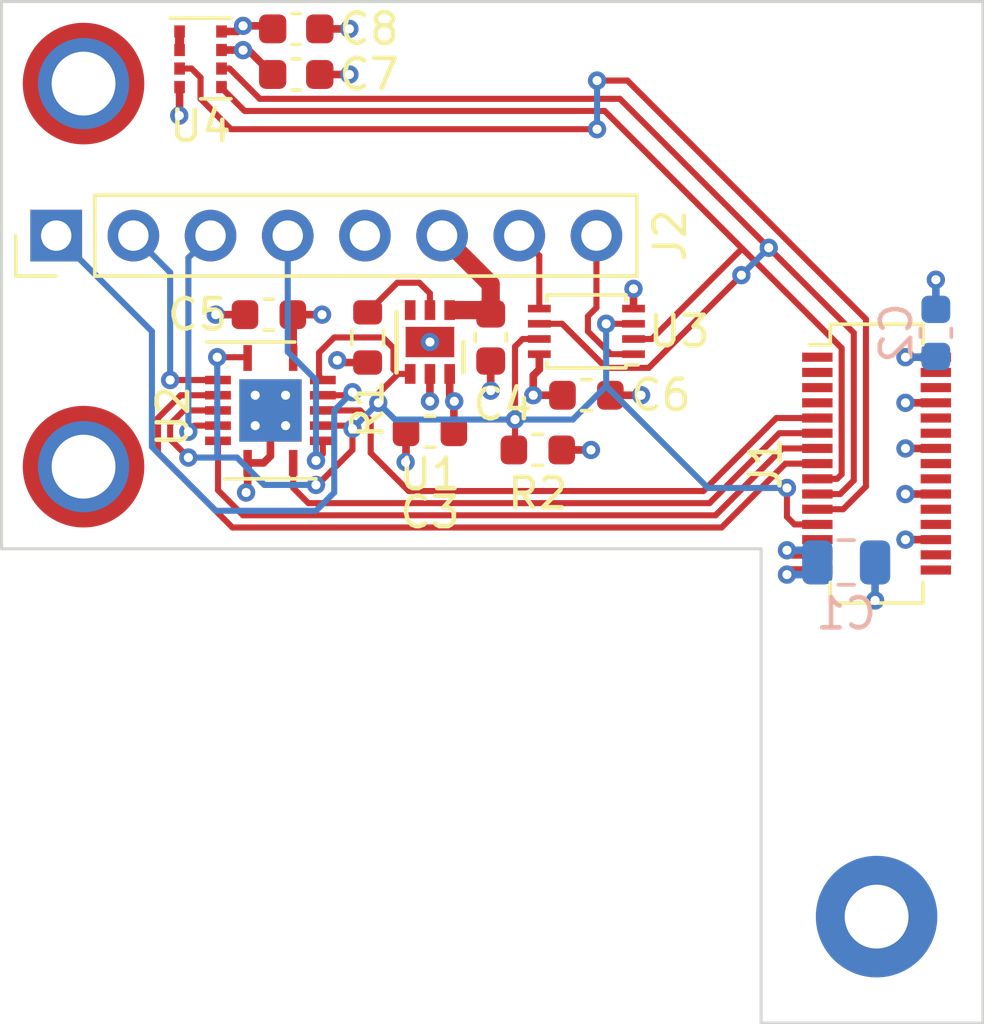
<source format=kicad_pcb>
(kicad_pcb (version 20171130) (host pcbnew "(5.1.9-0-10_14)")

  (general
    (thickness 1.6)
    (drawings 6)
    (tracks 239)
    (zones 0)
    (modules 19)
    (nets 37)
  )

  (page A4)
  (title_block
    (title "mikroPhone camera adapter")
    (date 2024-01-22)
    (rev 4.0)
  )

  (layers
    (0 F.Cu signal)
    (1 GND power)
    (2 PWR power)
    (31 B.Cu signal)
    (32 B.Adhes user)
    (33 F.Adhes user)
    (34 B.Paste user)
    (35 F.Paste user)
    (36 B.SilkS user)
    (37 F.SilkS user)
    (38 B.Mask user hide)
    (39 F.Mask user hide)
    (40 Dwgs.User user)
    (41 Cmts.User user)
    (42 Eco1.User user)
    (43 Eco2.User user)
    (44 Edge.Cuts user)
    (45 Margin user)
    (46 B.CrtYd user)
    (47 F.CrtYd user)
    (48 B.Fab user hide)
    (49 F.Fab user hide)
  )

  (setup
    (last_trace_width 0.2)
    (trace_clearance 0.2)
    (zone_clearance 0.2)
    (zone_45_only no)
    (trace_min 0.1524)
    (via_size 0.6)
    (via_drill 0.3)
    (via_min_size 0.5)
    (via_min_drill 0.2)
    (uvia_size 0.3)
    (uvia_drill 0.1)
    (uvias_allowed no)
    (uvia_min_size 0.2)
    (uvia_min_drill 0.1)
    (edge_width 0.1)
    (segment_width 0.2)
    (pcb_text_width 0.125)
    (pcb_text_size 0.5 0.5)
    (mod_edge_width 0.05)
    (mod_text_size 0.6 0.6)
    (mod_text_width 0.125)
    (pad_size 0.9 0.95)
    (pad_drill 0)
    (pad_to_mask_clearance 0.045)
    (solder_mask_min_width 0.11)
    (aux_axis_origin 97.2 71.8)
    (visible_elements FFFFF7FF)
    (pcbplotparams
      (layerselection 0x010f8_ffffffff)
      (usegerberextensions true)
      (usegerberattributes false)
      (usegerberadvancedattributes false)
      (creategerberjobfile false)
      (excludeedgelayer true)
      (linewidth 0.100000)
      (plotframeref false)
      (viasonmask false)
      (mode 1)
      (useauxorigin false)
      (hpglpennumber 1)
      (hpglpenspeed 20)
      (hpglpendiameter 15.000000)
      (psnegative false)
      (psa4output false)
      (plotreference true)
      (plotvalue true)
      (plotinvisibletext false)
      (padsonsilk false)
      (subtractmaskfromsilk false)
      (outputformat 1)
      (mirror false)
      (drillshape 0)
      (scaleselection 1)
      (outputdirectory "fab/"))
  )

  (net 0 "")
  (net 1 GND)
  (net 2 +3V3)
  (net 3 /CAM.SCL)
  (net 4 /CAM.SDA)
  (net 5 /CAM.PWR)
  (net 6 /CAM.SCK)
  (net 7 /CAM.MISO)
  (net 8 /CAM.MOSI)
  (net 9 ENABLE)
  (net 10 +1V8)
  (net 11 APP.CSI.GPIO_6)
  (net 12 APP.CSI.GPIO_5)
  (net 13 APP.CSI.I2C4.SCL)
  (net 14 APP.CSI.I2C4.SDA)
  (net 15 SPI1.SS3)
  (net 16 SPI1.SCK)
  (net 17 SPI1.MISO)
  (net 18 SPI1.MOSI)
  (net 19 I2C0.SCL)
  (net 20 I2C0.SDA)
  (net 21 GPIO_23)
  (net 22 PRIV_LED_K)
  (net 23 APP.CSI2.D3_P)
  (net 24 APP.CSI2.D3_N)
  (net 25 APP.CSI2.D2_P)
  (net 26 APP.CSI2.D2_N)
  (net 27 APP.CSI2.CLK_P)
  (net 28 APP.CSI2.CLK_N)
  (net 29 APP.CSI2.D1_P)
  (net 30 APP.CSI2.D1_N)
  (net 31 APP.CSI2.D0_P)
  (net 32 APP.CSI2.D0_N)
  (net 33 "Net-(R1-Pad1)")
  (net 34 "Net-(U1-Pad3)")
  (net 35 "Net-(U4-Pad3)")
  (net 36 /CAM.CS)

  (net_class Default "This is the default net class."
    (clearance 0.2)
    (trace_width 0.2)
    (via_dia 0.6)
    (via_drill 0.3)
    (uvia_dia 0.3)
    (uvia_drill 0.1)
    (add_net /CAM.CS)
    (add_net /CAM.MISO)
    (add_net /CAM.MOSI)
    (add_net /CAM.PWR)
    (add_net /CAM.SCK)
    (add_net /CAM.SCL)
    (add_net /CAM.SDA)
    (add_net APP.CSI.GPIO_5)
    (add_net APP.CSI.GPIO_6)
    (add_net APP.CSI.I2C4.SCL)
    (add_net APP.CSI.I2C4.SDA)
    (add_net APP.CSI2.CLK_N)
    (add_net APP.CSI2.CLK_P)
    (add_net APP.CSI2.D0_N)
    (add_net APP.CSI2.D0_P)
    (add_net APP.CSI2.D1_N)
    (add_net APP.CSI2.D1_P)
    (add_net APP.CSI2.D2_N)
    (add_net APP.CSI2.D2_P)
    (add_net APP.CSI2.D3_N)
    (add_net APP.CSI2.D3_P)
    (add_net ENABLE)
    (add_net GPIO_23)
    (add_net I2C0.SCL)
    (add_net I2C0.SDA)
    (add_net "Net-(R1-Pad1)")
    (add_net "Net-(U1-Pad3)")
    (add_net "Net-(U4-Pad3)")
    (add_net PRIV_LED_K)
    (add_net SPI1.MISO)
    (add_net SPI1.MOSI)
    (add_net SPI1.SCK)
    (add_net SPI1.SS3)
  )

  (net_class PWR ""
    (clearance 0.2)
    (trace_width 0.25)
    (via_dia 0.6)
    (via_drill 0.3)
    (uvia_dia 0.3)
    (uvia_drill 0.1)
    (add_net +1V8)
    (add_net +3V3)
    (add_net GND)
  )

  (module Connector_Molex:Molex_SlimStack_55560-0301_2x15_P0.50mm_Vertical (layer F.Cu) (tedit 65B707F7) (tstamp 65B76A0B)
    (at 67.6 93.5 90)
    (descr "Molex SlimStack Fine-Pitch SMT Board-to-Board Connectors, 55560-0301, 30 Pins (http://www.molex.com/pdm_docs/sd/555600207_sd.pdf), generated with kicad-footprint-generator")
    (tags "connector Molex SlimStack side entry")
    (path /63923BCB)
    (attr smd)
    (fp_text reference J1 (at 0 -3.65 90) (layer F.SilkS)
      (effects (font (size 1 1) (thickness 0.15)))
    )
    (fp_text value Camera (at 0 3.65 90) (layer F.Fab)
      (effects (font (size 1 1) (thickness 0.15)))
    )
    (fp_line (start 4.475 -1.415) (end 4.475 1.415) (layer F.Fab) (width 0.1))
    (fp_line (start 4.475 1.415) (end -4.475 1.415) (layer F.Fab) (width 0.1))
    (fp_line (start -4.475 1.415) (end -4.475 -1.415) (layer F.Fab) (width 0.1))
    (fp_line (start -4.475 -1.415) (end 4.475 -1.415) (layer F.Fab) (width 0.1))
    (fp_line (start 3.91 -1.525) (end 3.91 -2.215) (layer F.Fab) (width 0.1))
    (fp_line (start 3.91 1.525) (end 4.585 1.525) (layer F.SilkS) (width 0.12))
    (fp_line (start 4.585 1.525) (end 4.585 -1.525) (layer F.SilkS) (width 0.12))
    (fp_line (start 4.585 -1.525) (end 3.91 -1.525) (layer F.SilkS) (width 0.12))
    (fp_line (start 3.91 -1.525) (end 3.91 -2.215) (layer F.SilkS) (width 0.12))
    (fp_line (start -3.91 1.525) (end -4.585 1.525) (layer F.SilkS) (width 0.12))
    (fp_line (start -4.585 1.525) (end -4.585 -1.525) (layer F.SilkS) (width 0.12))
    (fp_line (start -4.585 -1.525) (end -3.91 -1.525) (layer F.SilkS) (width 0.12))
    (fp_line (start 4.98 -2.95) (end 4.98 2.95) (layer F.CrtYd) (width 0.05))
    (fp_line (start 4.98 2.95) (end -4.98 2.95) (layer F.CrtYd) (width 0.05))
    (fp_line (start -4.98 2.95) (end -4.98 -2.95) (layer F.CrtYd) (width 0.05))
    (fp_line (start -4.98 -2.95) (end 4.98 -2.95) (layer F.CrtYd) (width 0.05))
    (fp_text user %R (at 0 0 90) (layer F.Fab)
      (effects (font (size 1 1) (thickness 0.15)))
    )
    (pad 1 smd rect (at 3.5 -1.95 90) (size 0.3 1) (layers F.Cu F.Paste F.Mask)
      (net 12 APP.CSI.GPIO_5))
    (pad 3 smd rect (at 3 -1.95 90) (size 0.3 1) (layers F.Cu F.Paste F.Mask)
      (net 11 APP.CSI.GPIO_6))
    (pad 5 smd rect (at 2.5 -1.95 90) (size 0.3 1) (layers F.Cu F.Paste F.Mask)
      (net 13 APP.CSI.I2C4.SCL))
    (pad 7 smd rect (at 2 -1.95 90) (size 0.3 1) (layers F.Cu F.Paste F.Mask)
      (net 14 APP.CSI.I2C4.SDA))
    (pad 9 smd rect (at 1.5 -1.95 90) (size 0.3 1) (layers F.Cu F.Paste F.Mask)
      (net 15 SPI1.SS3))
    (pad 11 smd rect (at 1 -1.95 90) (size 0.3 1) (layers F.Cu F.Paste F.Mask)
      (net 16 SPI1.SCK))
    (pad 13 smd rect (at 0.5 -1.95 90) (size 0.3 1) (layers F.Cu F.Paste F.Mask)
      (net 17 SPI1.MISO))
    (pad 15 smd rect (at 0 -1.95 90) (size 0.3 1) (layers F.Cu F.Paste F.Mask)
      (net 18 SPI1.MOSI))
    (pad 17 smd rect (at -0.5 -1.95 90) (size 0.3 1) (layers F.Cu F.Paste F.Mask)
      (net 19 I2C0.SCL))
    (pad 19 smd rect (at -1 -1.95 90) (size 0.3 1) (layers F.Cu F.Paste F.Mask)
      (net 20 I2C0.SDA))
    (pad 21 smd rect (at -1.5 -1.95 90) (size 0.3 1) (layers F.Cu F.Paste F.Mask)
      (net 21 GPIO_23))
    (pad 23 smd rect (at -2 -1.95 90) (size 0.3 1) (layers F.Cu F.Paste F.Mask)
      (net 9 ENABLE))
    (pad 25 smd rect (at -2.5 -1.95 90) (size 0.3 1) (layers F.Cu F.Paste F.Mask)
      (net 22 PRIV_LED_K))
    (pad 27 smd rect (at -3 -1.95 90) (size 0.3 1) (layers F.Cu F.Paste F.Mask)
      (net 2 +3V3))
    (pad 29 smd rect (at -3.5 -1.95 90) (size 0.3 1) (layers F.Cu F.Paste F.Mask)
      (net 2 +3V3))
    (pad 2 smd rect (at 3.5 1.95 90) (size 0.3 1) (layers F.Cu F.Paste F.Mask)
      (net 10 +1V8))
    (pad 4 smd rect (at 3 1.95 90) (size 0.3 1) (layers F.Cu F.Paste F.Mask)
      (net 23 APP.CSI2.D3_P))
    (pad 6 smd rect (at 2.5 1.95 90) (size 0.3 1) (layers F.Cu F.Paste F.Mask)
      (net 24 APP.CSI2.D3_N))
    (pad 8 smd rect (at 2 1.95 90) (size 0.3 1) (layers F.Cu F.Paste F.Mask)
      (net 1 GND))
    (pad 10 smd rect (at 1.5 1.95 90) (size 0.3 1) (layers F.Cu F.Paste F.Mask)
      (net 25 APP.CSI2.D2_P))
    (pad 12 smd rect (at 1 1.95 90) (size 0.3 1) (layers F.Cu F.Paste F.Mask)
      (net 26 APP.CSI2.D2_N))
    (pad 14 smd rect (at 0.5 1.95 90) (size 0.3 1) (layers F.Cu F.Paste F.Mask)
      (net 1 GND))
    (pad 16 smd rect (at 0 1.95 90) (size 0.3 1) (layers F.Cu F.Paste F.Mask)
      (net 27 APP.CSI2.CLK_P))
    (pad 18 smd rect (at -0.5 1.95 90) (size 0.3 1) (layers F.Cu F.Paste F.Mask)
      (net 28 APP.CSI2.CLK_N))
    (pad 20 smd rect (at -1 1.95 90) (size 0.3 1) (layers F.Cu F.Paste F.Mask)
      (net 1 GND))
    (pad 22 smd rect (at -1.5 1.95 90) (size 0.3 1) (layers F.Cu F.Paste F.Mask)
      (net 29 APP.CSI2.D1_P))
    (pad 24 smd rect (at -2 1.95 90) (size 0.3 1) (layers F.Cu F.Paste F.Mask)
      (net 30 APP.CSI2.D1_N))
    (pad 26 smd rect (at -2.5 1.95 90) (size 0.3 1) (layers F.Cu F.Paste F.Mask)
      (net 1 GND))
    (pad 28 smd rect (at -3 1.95 90) (size 0.3 1) (layers F.Cu F.Paste F.Mask)
      (net 31 APP.CSI2.D0_P))
    (pad 30 smd rect (at -3.5 1.95 90) (size 0.3 1) (layers F.Cu F.Paste F.Mask)
      (net 32 APP.CSI2.D0_N))
    (model ${KISYS3DMOD}/Connector_Molex.3dshapes/Molex_SlimStack_55560-0301_2x15_P0.50mm_Vertical.wrl
      (at (xyz 0 0 0))
      (scale (xyz 1 1 1))
      (rotate (xyz 0 0 0))
    )
  )

  (module Capacitor_SMD:C_0603_1608Metric (layer F.Cu) (tedit 5B301BBE) (tstamp 5CB63239)
    (at 47.6 88.6 180)
    (descr "Capacitor SMD 0603 (1608 Metric), square (rectangular) end terminal, IPC_7351 nominal, (Body size source: http://www.tortai-tech.com/upload/download/2011102023233369053.pdf), generated with kicad-footprint-generator")
    (tags capacitor)
    (path /5C8F0620)
    (attr smd)
    (fp_text reference C5 (at 2.35 0 180) (layer F.SilkS)
      (effects (font (size 1 1) (thickness 0.15)))
    )
    (fp_text value 0.1uF (at 3.65 0.05 180) (layer F.Fab)
      (effects (font (size 1 1) (thickness 0.15)))
    )
    (fp_line (start -0.8 0.4) (end -0.8 -0.4) (layer F.Fab) (width 0.1))
    (fp_line (start -0.8 -0.4) (end 0.8 -0.4) (layer F.Fab) (width 0.1))
    (fp_line (start 0.8 -0.4) (end 0.8 0.4) (layer F.Fab) (width 0.1))
    (fp_line (start 0.8 0.4) (end -0.8 0.4) (layer F.Fab) (width 0.1))
    (fp_line (start -0.162779 -0.51) (end 0.162779 -0.51) (layer F.SilkS) (width 0.12))
    (fp_line (start -0.162779 0.51) (end 0.162779 0.51) (layer F.SilkS) (width 0.12))
    (fp_line (start -1.48 0.73) (end -1.48 -0.73) (layer F.CrtYd) (width 0.05))
    (fp_line (start -1.48 -0.73) (end 1.48 -0.73) (layer F.CrtYd) (width 0.05))
    (fp_line (start 1.48 -0.73) (end 1.48 0.73) (layer F.CrtYd) (width 0.05))
    (fp_line (start 1.48 0.73) (end -1.48 0.73) (layer F.CrtYd) (width 0.05))
    (fp_text user %R (at 0 0 180) (layer F.Fab)
      (effects (font (size 0.4 0.4) (thickness 0.06)))
    )
    (pad 1 smd roundrect (at -0.7875 0 180) (size 0.875 0.95) (layers F.Cu F.Paste F.Mask) (roundrect_rratio 0.25)
      (net 2 +3V3))
    (pad 2 smd roundrect (at 0.7875 0 180) (size 0.875 0.95) (layers F.Cu F.Paste F.Mask) (roundrect_rratio 0.25)
      (net 1 GND))
    (model ${KISYS3DMOD}/Capacitor_SMD.3dshapes/C_0603_1608Metric.wrl
      (at (xyz 0 0 0))
      (scale (xyz 1 1 1))
      (rotate (xyz 0 0 0))
    )
  )

  (module Capacitor_SMD:C_0603_1608Metric (layer F.Cu) (tedit 5B301BBE) (tstamp 5CB63249)
    (at 52.9 92.45 180)
    (descr "Capacitor SMD 0603 (1608 Metric), square (rectangular) end terminal, IPC_7351 nominal, (Body size source: http://www.tortai-tech.com/upload/download/2011102023233369053.pdf), generated with kicad-footprint-generator")
    (tags capacitor)
    (path /5C8F0642)
    (attr smd)
    (fp_text reference C3 (at 0 -2.65 180) (layer F.SilkS)
      (effects (font (size 1 1) (thickness 0.15)))
    )
    (fp_text value 1uF (at 0 -1.5) (layer F.Fab)
      (effects (font (size 1 1) (thickness 0.15)))
    )
    (fp_line (start -0.8 0.4) (end -0.8 -0.4) (layer F.Fab) (width 0.1))
    (fp_line (start -0.8 -0.4) (end 0.8 -0.4) (layer F.Fab) (width 0.1))
    (fp_line (start 0.8 -0.4) (end 0.8 0.4) (layer F.Fab) (width 0.1))
    (fp_line (start 0.8 0.4) (end -0.8 0.4) (layer F.Fab) (width 0.1))
    (fp_line (start -0.162779 -0.51) (end 0.162779 -0.51) (layer F.SilkS) (width 0.12))
    (fp_line (start -0.162779 0.51) (end 0.162779 0.51) (layer F.SilkS) (width 0.12))
    (fp_line (start -1.48 0.73) (end -1.48 -0.73) (layer F.CrtYd) (width 0.05))
    (fp_line (start -1.48 -0.73) (end 1.48 -0.73) (layer F.CrtYd) (width 0.05))
    (fp_line (start 1.48 -0.73) (end 1.48 0.73) (layer F.CrtYd) (width 0.05))
    (fp_line (start 1.48 0.73) (end -1.48 0.73) (layer F.CrtYd) (width 0.05))
    (fp_text user %R (at 0 0) (layer F.Fab)
      (effects (font (size 0.4 0.4) (thickness 0.06)))
    )
    (pad 1 smd roundrect (at -0.7875 0 180) (size 0.875 0.95) (layers F.Cu F.Paste F.Mask) (roundrect_rratio 0.25)
      (net 2 +3V3))
    (pad 2 smd roundrect (at 0.7875 0 180) (size 0.875 0.95) (layers F.Cu F.Paste F.Mask) (roundrect_rratio 0.25)
      (net 1 GND))
    (model ${KISYS3DMOD}/Capacitor_SMD.3dshapes/C_0603_1608Metric.wrl
      (at (xyz 0 0 0))
      (scale (xyz 1 1 1))
      (rotate (xyz 0 0 0))
    )
  )

  (module Capacitor_SMD:C_0603_1608Metric (layer F.Cu) (tedit 5B301BBE) (tstamp 5CB63259)
    (at 58.05 91.25)
    (descr "Capacitor SMD 0603 (1608 Metric), square (rectangular) end terminal, IPC_7351 nominal, (Body size source: http://www.tortai-tech.com/upload/download/2011102023233369053.pdf), generated with kicad-footprint-generator")
    (tags capacitor)
    (path /5C8F0676)
    (attr smd)
    (fp_text reference C6 (at 2.45 0) (layer F.SilkS)
      (effects (font (size 1 1) (thickness 0.15)))
    )
    (fp_text value 0.1uF (at 3.6 0) (layer F.Fab)
      (effects (font (size 1 1) (thickness 0.15)))
    )
    (fp_line (start -0.8 0.4) (end -0.8 -0.4) (layer F.Fab) (width 0.1))
    (fp_line (start -0.8 -0.4) (end 0.8 -0.4) (layer F.Fab) (width 0.1))
    (fp_line (start 0.8 -0.4) (end 0.8 0.4) (layer F.Fab) (width 0.1))
    (fp_line (start 0.8 0.4) (end -0.8 0.4) (layer F.Fab) (width 0.1))
    (fp_line (start -0.162779 -0.51) (end 0.162779 -0.51) (layer F.SilkS) (width 0.12))
    (fp_line (start -0.162779 0.51) (end 0.162779 0.51) (layer F.SilkS) (width 0.12))
    (fp_line (start -1.48 0.73) (end -1.48 -0.73) (layer F.CrtYd) (width 0.05))
    (fp_line (start -1.48 -0.73) (end 1.48 -0.73) (layer F.CrtYd) (width 0.05))
    (fp_line (start 1.48 -0.73) (end 1.48 0.73) (layer F.CrtYd) (width 0.05))
    (fp_line (start 1.48 0.73) (end -1.48 0.73) (layer F.CrtYd) (width 0.05))
    (fp_text user %R (at 0 0) (layer F.Fab)
      (effects (font (size 0.4 0.4) (thickness 0.06)))
    )
    (pad 1 smd roundrect (at -0.7875 0) (size 0.875 0.95) (layers F.Cu F.Paste F.Mask) (roundrect_rratio 0.25)
      (net 2 +3V3))
    (pad 2 smd roundrect (at 0.7875 0) (size 0.875 0.95) (layers F.Cu F.Paste F.Mask) (roundrect_rratio 0.25)
      (net 1 GND))
    (model ${KISYS3DMOD}/Capacitor_SMD.3dshapes/C_0603_1608Metric.wrl
      (at (xyz 0 0 0))
      (scale (xyz 1 1 1))
      (rotate (xyz 0 0 0))
    )
  )

  (module Connector_PinHeader_2.54mm:PinHeader_1x08_P2.54mm_Vertical (layer F.Cu) (tedit 59FED5CC) (tstamp 5CB6347E)
    (at 40.6 86 90)
    (descr "Through hole straight pin header, 1x08, 2.54mm pitch, single row")
    (tags "Through hole pin header THT 1x08 2.54mm single row")
    (path /5CE10D8E)
    (fp_text reference J2 (at 0 20.2 90) (layer F.SilkS)
      (effects (font (size 1 1) (thickness 0.15)))
    )
    (fp_text value ArduCAM (at 0 20.11 90) (layer F.Fab)
      (effects (font (size 1 1) (thickness 0.15)))
    )
    (fp_line (start 1.8 -1.8) (end -1.8 -1.8) (layer F.CrtYd) (width 0.05))
    (fp_line (start 1.8 19.55) (end 1.8 -1.8) (layer F.CrtYd) (width 0.05))
    (fp_line (start -1.8 19.55) (end 1.8 19.55) (layer F.CrtYd) (width 0.05))
    (fp_line (start -1.8 -1.8) (end -1.8 19.55) (layer F.CrtYd) (width 0.05))
    (fp_line (start -1.33 -1.33) (end 0 -1.33) (layer F.SilkS) (width 0.12))
    (fp_line (start -1.33 0) (end -1.33 -1.33) (layer F.SilkS) (width 0.12))
    (fp_line (start -1.33 1.27) (end 1.33 1.27) (layer F.SilkS) (width 0.12))
    (fp_line (start 1.33 1.27) (end 1.33 19.11) (layer F.SilkS) (width 0.12))
    (fp_line (start -1.33 1.27) (end -1.33 19.11) (layer F.SilkS) (width 0.12))
    (fp_line (start -1.33 19.11) (end 1.33 19.11) (layer F.SilkS) (width 0.12))
    (fp_line (start -1.27 -0.635) (end -0.635 -1.27) (layer F.Fab) (width 0.1))
    (fp_line (start -1.27 19.05) (end -1.27 -0.635) (layer F.Fab) (width 0.1))
    (fp_line (start 1.27 19.05) (end -1.27 19.05) (layer F.Fab) (width 0.1))
    (fp_line (start 1.27 -1.27) (end 1.27 19.05) (layer F.Fab) (width 0.1))
    (fp_line (start -0.635 -1.27) (end 1.27 -1.27) (layer F.Fab) (width 0.1))
    (fp_text user %R (at 0 8.89 180) (layer F.Fab)
      (effects (font (size 1 1) (thickness 0.15)))
    )
    (pad 8 thru_hole oval (at 0 17.78 90) (size 1.7 1.7) (drill 1) (layers *.Cu *.Mask)
      (net 3 /CAM.SCL))
    (pad 7 thru_hole oval (at 0 15.24 90) (size 1.7 1.7) (drill 1) (layers *.Cu *.Mask)
      (net 4 /CAM.SDA))
    (pad 6 thru_hole oval (at 0 12.7 90) (size 1.7 1.7) (drill 1) (layers *.Cu *.Mask)
      (net 5 /CAM.PWR))
    (pad 5 thru_hole oval (at 0 10.16 90) (size 1.7 1.7) (drill 1) (layers *.Cu *.Mask)
      (net 1 GND))
    (pad 4 thru_hole oval (at 0 7.62 90) (size 1.7 1.7) (drill 1) (layers *.Cu *.Mask)
      (net 6 /CAM.SCK))
    (pad 3 thru_hole oval (at 0 5.08 90) (size 1.7 1.7) (drill 1) (layers *.Cu *.Mask)
      (net 7 /CAM.MISO))
    (pad 2 thru_hole oval (at 0 2.54 90) (size 1.7 1.7) (drill 1) (layers *.Cu *.Mask)
      (net 8 /CAM.MOSI))
    (pad 1 thru_hole rect (at 0 0 90) (size 1.7 1.7) (drill 1) (layers *.Cu *.Mask)
      (net 36 /CAM.CS))
    (model ${KISYS3DMOD}/Connector_PinHeader_2.54mm.3dshapes/PinHeader_1x08_P2.54mm_Vertical.wrl
      (at (xyz 0 0 0))
      (scale (xyz 1 1 1))
      (rotate (xyz 0 0 0))
    )
  )

  (module Resistor_SMD:R_0603_1608Metric (layer F.Cu) (tedit 5B301BBD) (tstamp 5CB63831)
    (at 56.45 93.05 180)
    (descr "Resistor SMD 0603 (1608 Metric), square (rectangular) end terminal, IPC_7351 nominal, (Body size source: http://www.tortai-tech.com/upload/download/2011102023233369053.pdf), generated with kicad-footprint-generator")
    (tags resistor)
    (path /5C8F05F3)
    (attr smd)
    (fp_text reference R2 (at 0 -1.43) (layer F.SilkS)
      (effects (font (size 1 1) (thickness 0.15)))
    )
    (fp_text value 100K (at 0.05 -2.85) (layer F.Fab)
      (effects (font (size 1 1) (thickness 0.15)))
    )
    (fp_line (start -0.8 0.4) (end -0.8 -0.4) (layer F.Fab) (width 0.1))
    (fp_line (start -0.8 -0.4) (end 0.8 -0.4) (layer F.Fab) (width 0.1))
    (fp_line (start 0.8 -0.4) (end 0.8 0.4) (layer F.Fab) (width 0.1))
    (fp_line (start 0.8 0.4) (end -0.8 0.4) (layer F.Fab) (width 0.1))
    (fp_line (start -0.162779 -0.51) (end 0.162779 -0.51) (layer F.SilkS) (width 0.12))
    (fp_line (start -0.162779 0.51) (end 0.162779 0.51) (layer F.SilkS) (width 0.12))
    (fp_line (start -1.48 0.73) (end -1.48 -0.73) (layer F.CrtYd) (width 0.05))
    (fp_line (start -1.48 -0.73) (end 1.48 -0.73) (layer F.CrtYd) (width 0.05))
    (fp_line (start 1.48 -0.73) (end 1.48 0.73) (layer F.CrtYd) (width 0.05))
    (fp_line (start 1.48 0.73) (end -1.48 0.73) (layer F.CrtYd) (width 0.05))
    (fp_text user %R (at 0 0) (layer F.Fab)
      (effects (font (size 0.4 0.4) (thickness 0.06)))
    )
    (pad 1 smd roundrect (at -0.7875 0 180) (size 0.875 0.95) (layers F.Cu F.Paste F.Mask) (roundrect_rratio 0.25)
      (net 1 GND))
    (pad 2 smd roundrect (at 0.7875 0 180) (size 0.875 0.95) (layers F.Cu F.Paste F.Mask) (roundrect_rratio 0.25)
      (net 9 ENABLE))
    (model ${KISYS3DMOD}/Resistor_SMD.3dshapes/R_0603_1608Metric.wrl
      (at (xyz 0 0 0))
      (scale (xyz 1 1 1))
      (rotate (xyz 0 0 0))
    )
  )

  (module Package_DFN_QFN:Texas_S-PVQFN-N14_ThermalVias (layer F.Cu) (tedit 5A0AA2C1) (tstamp 5CB63A4C)
    (at 47.65 91.75)
    (descr "Texas_S-PVQFN-N14_ThermalVias  http://www.ti.com/lit/ds/symlink/txb0104.pdf")
    (tags Texas_S-PVQFN-N14_ThermalVias)
    (path /621B60B6)
    (attr smd)
    (fp_text reference U2 (at -3.2 0.2 270) (layer F.SilkS)
      (effects (font (size 1 1) (thickness 0.15)))
    )
    (fp_text value SN74CBTLV3126RGY (at 0 3.25) (layer F.Fab)
      (effects (font (size 1 1) (thickness 0.15)))
    )
    (fp_line (start -1.5 2.25) (end 1.5 2.25) (layer F.SilkS) (width 0.12))
    (fp_line (start 0.8 -2.25) (end -2.1 -2.25) (layer F.SilkS) (width 0.12))
    (fp_line (start 2.4 2.4) (end -2.4 2.4) (layer F.CrtYd) (width 0.05))
    (fp_line (start -2.4 2.4) (end -2.4 -2.4) (layer F.CrtYd) (width 0.05))
    (fp_line (start -2.4 -2.4) (end 2.4 -2.4) (layer F.CrtYd) (width 0.05))
    (fp_line (start 2.4 -2.4) (end 2.4 2.4) (layer F.CrtYd) (width 0.05))
    (fp_line (start -1.25 -1.75) (end -1.75 -1.25) (layer F.Fab) (width 0.1))
    (fp_line (start 1.75 1.75) (end -1.75 1.75) (layer F.Fab) (width 0.1))
    (fp_line (start -1.75 1.75) (end -1.75 -1.25) (layer F.Fab) (width 0.1))
    (fp_line (start -1.25 -1.75) (end 1.75 -1.75) (layer F.Fab) (width 0.1))
    (fp_line (start 1.75 -1.75) (end 1.75 1.75) (layer F.Fab) (width 0.1))
    (fp_text user %R (at 0 0) (layer F.Fab)
      (effects (font (size 0.8 0.8) (thickness 0.08)))
    )
    (pad 1 smd rect (at -0.75 -1.725 270) (size 0.85 0.28) (layers F.Cu F.Paste F.Mask)
      (net 9 ENABLE))
    (pad 2 smd rect (at -1.725 -1 270) (size 0.28 0.85) (layers F.Cu F.Paste F.Mask)
      (net 8 /CAM.MOSI))
    (pad 3 smd rect (at -1.725 -0.5 270) (size 0.28 0.85) (layers F.Cu F.Paste F.Mask)
      (net 18 SPI1.MOSI))
    (pad 4 smd rect (at -1.725 0 270) (size 0.28 0.85) (layers F.Cu F.Paste F.Mask)
      (net 9 ENABLE))
    (pad 5 smd rect (at -1.725 0.5 270) (size 0.28 0.85) (layers F.Cu F.Paste F.Mask)
      (net 7 /CAM.MISO))
    (pad 6 smd rect (at -1.725 1 270) (size 0.28 0.85) (layers F.Cu F.Paste F.Mask)
      (net 17 SPI1.MISO))
    (pad 7 smd rect (at -0.75 1.725 270) (size 0.85 0.28) (layers F.Cu F.Paste F.Mask)
      (net 1 GND))
    (pad 8 smd rect (at 0.75 1.725 270) (size 0.85 0.28) (layers F.Cu F.Paste F.Mask)
      (net 16 SPI1.SCK))
    (pad 9 smd rect (at 1.725 1 270) (size 0.28 0.85) (layers F.Cu F.Paste F.Mask)
      (net 6 /CAM.SCK))
    (pad 10 smd rect (at 1.725 0.5 270) (size 0.28 0.85) (layers F.Cu F.Paste F.Mask)
      (net 9 ENABLE))
    (pad 11 smd rect (at 1.725 0 270) (size 0.28 0.85) (layers F.Cu F.Paste F.Mask)
      (net 15 SPI1.SS3))
    (pad 12 smd rect (at 1.725 -0.5 270) (size 0.28 0.85) (layers F.Cu F.Paste F.Mask)
      (net 36 /CAM.CS))
    (pad 13 smd rect (at 1.725 -1 270) (size 0.28 0.85) (layers F.Cu F.Paste F.Mask)
      (net 9 ENABLE))
    (pad 14 smd rect (at 0.75 -1.725 270) (size 0.85 0.28) (layers F.Cu F.Paste F.Mask)
      (net 2 +3V3))
    (pad 15 smd rect (at 0 0 270) (size 2.05 2.05) (layers F.Cu F.Mask)
      (net 1 GND))
    (pad 15 thru_hole circle (at 0.5 -0.5 270) (size 0.6 0.6) (drill 0.3) (layers *.Cu)
      (net 1 GND))
    (pad 15 thru_hole circle (at 0.5 0.5 270) (size 0.6 0.6) (drill 0.3) (layers *.Cu)
      (net 1 GND))
    (pad 15 thru_hole circle (at -0.5 0.5 270) (size 0.6 0.6) (drill 0.3) (layers *.Cu)
      (net 1 GND))
    (pad 15 thru_hole circle (at -0.5 -0.5 270) (size 0.6 0.6) (drill 0.3) (layers *.Cu)
      (net 1 GND))
    (pad "" smd rect (at 0.56 0.56 270) (size 0.82 0.82) (layers F.Paste))
    (pad "" smd rect (at 0.56 -0.56 270) (size 0.82 0.82) (layers F.Paste))
    (pad "" smd rect (at -0.56 -0.56 270) (size 0.82 0.82) (layers F.Paste))
    (pad "" smd rect (at -0.56 0.56 270) (size 0.82 0.82) (layers F.Paste))
    (pad 15 smd rect (at 0 0 270) (size 2.05 2.05) (layers B.Cu)
      (net 1 GND))
    (model ${KISYS3DMOD}/Package_DFN_QFN.3dshapes/Texas_S-PVQFN-N14.wrl
      (at (xyz 0 0 0))
      (scale (xyz 1 1 1))
      (rotate (xyz 0 0 0))
    )
  )

  (module Package_SO:VSSOP-8_2.4x2.1mm_P0.5mm (layer F.Cu) (tedit 5A02F25C) (tstamp 5D514A36)
    (at 58.05 89.15 180)
    (descr http://www.ti.com/lit/ml/mpds050d/mpds050d.pdf)
    (tags "VSSOP DCU R-PDSO-G8 Pitch0.5mm")
    (path /62214F88)
    (attr smd)
    (fp_text reference U3 (at -3.05 0 180) (layer F.SilkS)
      (effects (font (size 1 1) (thickness 0.15)))
    )
    (fp_text value SN74LVC2G66DCU (at -3.25 3.5 180) (layer F.Fab)
      (effects (font (size 1 1) (thickness 0.15)))
    )
    (fp_line (start -1.2 1.05) (end 1.2 1.05) (layer F.Fab) (width 0.1))
    (fp_line (start 1.2 1.05) (end 1.2 -1.05) (layer F.Fab) (width 0.1))
    (fp_line (start 1.2 -1.05) (end -0.9 -1.05) (layer F.Fab) (width 0.1))
    (fp_line (start -0.9 -1.05) (end -1.2 -0.7) (layer F.Fab) (width 0.1))
    (fp_line (start -1.2 -0.7) (end -1.2 1.05) (layer F.Fab) (width 0.1))
    (fp_line (start -1.3 1.2) (end 1.3 1.2) (layer F.SilkS) (width 0.12))
    (fp_line (start 1.3 1.2) (end 1.3 1) (layer F.SilkS) (width 0.12))
    (fp_line (start 1.3 -1) (end 1.3 -1.2) (layer F.SilkS) (width 0.12))
    (fp_line (start 1.3 -1.2) (end -1.3 -1.2) (layer F.SilkS) (width 0.12))
    (fp_line (start -1.3 -1.2) (end -1.3 -1.1) (layer F.SilkS) (width 0.12))
    (fp_line (start -1.3 -1.1) (end -1.7 -1.1) (layer F.SilkS) (width 0.12))
    (fp_line (start -1.3 1.2) (end -1.3 1) (layer F.SilkS) (width 0.12))
    (fp_line (start -2.18 -1.3) (end 2.18 -1.3) (layer F.CrtYd) (width 0.05))
    (fp_line (start 2.18 -1.3) (end 2.18 1.3) (layer F.CrtYd) (width 0.05))
    (fp_line (start 2.18 1.3) (end -2.18 1.3) (layer F.CrtYd) (width 0.05))
    (fp_line (start -2.18 1.3) (end -2.18 -1.3) (layer F.CrtYd) (width 0.05))
    (fp_text user %R (at 0 0 180) (layer F.Fab)
      (effects (font (size 0.5 0.5) (thickness 0.1)))
    )
    (pad 8 smd rect (at 1.55 -0.75 180) (size 0.75 0.25) (layers F.Cu F.Paste F.Mask)
      (net 2 +3V3))
    (pad 7 smd rect (at 1.55 -0.25 180) (size 0.75 0.25) (layers F.Cu F.Paste F.Mask)
      (net 9 ENABLE))
    (pad 6 smd rect (at 1.55 0.25 180) (size 0.75 0.25) (layers F.Cu F.Paste F.Mask)
      (net 20 I2C0.SDA))
    (pad 5 smd rect (at 1.55 0.75 180) (size 0.75 0.25) (layers F.Cu F.Paste F.Mask)
      (net 4 /CAM.SDA))
    (pad 4 smd rect (at -1.55 0.75 180) (size 0.75 0.25) (layers F.Cu F.Paste F.Mask)
      (net 1 GND))
    (pad 3 smd rect (at -1.55 0.25 180) (size 0.75 0.25) (layers F.Cu F.Paste F.Mask)
      (net 9 ENABLE))
    (pad 2 smd rect (at -1.55 -0.25 180) (size 0.75 0.25) (layers F.Cu F.Paste F.Mask)
      (net 19 I2C0.SCL))
    (pad 1 smd rect (at -1.55 -0.75 180) (size 0.75 0.25) (layers F.Cu F.Paste F.Mask)
      (net 3 /CAM.SCL))
    (model ${KISYS3DMOD}/Package_SO.3dshapes/VSSOP-8_2.4x2.1mm_P0.5mm.wrl
      (at (xyz 0 0 0))
      (scale (xyz 1 1 1))
      (rotate (xyz 0 0 0))
    )
  )

  (module Capacitor_SMD:C_0805_2012Metric (layer B.Cu) (tedit 5F68FEEE) (tstamp 65B769B6)
    (at 66.6 96.75)
    (descr "Capacitor SMD 0805 (2012 Metric), square (rectangular) end terminal, IPC_7351 nominal, (Body size source: IPC-SM-782 page 76, https://www.pcb-3d.com/wordpress/wp-content/uploads/ipc-sm-782a_amendment_1_and_2.pdf, https://docs.google.com/spreadsheets/d/1BsfQQcO9C6DZCsRaXUlFlo91Tg2WpOkGARC1WS5S8t0/edit?usp=sharing), generated with kicad-footprint-generator")
    (tags capacitor)
    (path /6649C3C6)
    (attr smd)
    (fp_text reference C1 (at 0 1.68) (layer B.SilkS)
      (effects (font (size 1 1) (thickness 0.15)) (justify mirror))
    )
    (fp_text value 22uF (at 0 -1.68) (layer B.Fab)
      (effects (font (size 1 1) (thickness 0.15)) (justify mirror))
    )
    (fp_line (start -1 -0.625) (end -1 0.625) (layer B.Fab) (width 0.1))
    (fp_line (start -1 0.625) (end 1 0.625) (layer B.Fab) (width 0.1))
    (fp_line (start 1 0.625) (end 1 -0.625) (layer B.Fab) (width 0.1))
    (fp_line (start 1 -0.625) (end -1 -0.625) (layer B.Fab) (width 0.1))
    (fp_line (start -0.261252 0.735) (end 0.261252 0.735) (layer B.SilkS) (width 0.12))
    (fp_line (start -0.261252 -0.735) (end 0.261252 -0.735) (layer B.SilkS) (width 0.12))
    (fp_line (start -1.7 -0.98) (end -1.7 0.98) (layer B.CrtYd) (width 0.05))
    (fp_line (start -1.7 0.98) (end 1.7 0.98) (layer B.CrtYd) (width 0.05))
    (fp_line (start 1.7 0.98) (end 1.7 -0.98) (layer B.CrtYd) (width 0.05))
    (fp_line (start 1.7 -0.98) (end -1.7 -0.98) (layer B.CrtYd) (width 0.05))
    (fp_text user %R (at 0 0) (layer B.Fab)
      (effects (font (size 0.5 0.5) (thickness 0.08)) (justify mirror))
    )
    (pad 1 smd roundrect (at -0.95 0) (size 1 1.45) (layers B.Cu B.Paste B.Mask) (roundrect_rratio 0.25)
      (net 2 +3V3))
    (pad 2 smd roundrect (at 0.95 0) (size 1 1.45) (layers B.Cu B.Paste B.Mask) (roundrect_rratio 0.25)
      (net 1 GND))
    (model ${KISYS3DMOD}/Capacitor_SMD.3dshapes/C_0805_2012Metric.wrl
      (at (xyz 0 0 0))
      (scale (xyz 1 1 1))
      (rotate (xyz 0 0 0))
    )
  )

  (module Capacitor_SMD:C_0603_1608Metric (layer B.Cu) (tedit 5F68FEEE) (tstamp 65B769C7)
    (at 69.55 89.2 90)
    (descr "Capacitor SMD 0603 (1608 Metric), square (rectangular) end terminal, IPC_7351 nominal, (Body size source: IPC-SM-782 page 76, https://www.pcb-3d.com/wordpress/wp-content/uploads/ipc-sm-782a_amendment_1_and_2.pdf), generated with kicad-footprint-generator")
    (tags capacitor)
    (path /66739EDA)
    (attr smd)
    (fp_text reference C2 (at 0 -1.3 90) (layer B.SilkS)
      (effects (font (size 1 1) (thickness 0.15)) (justify mirror))
    )
    (fp_text value DNP (at 0 -1.43 90) (layer B.Fab)
      (effects (font (size 1 1) (thickness 0.15)) (justify mirror))
    )
    (fp_line (start -0.8 -0.4) (end -0.8 0.4) (layer B.Fab) (width 0.1))
    (fp_line (start -0.8 0.4) (end 0.8 0.4) (layer B.Fab) (width 0.1))
    (fp_line (start 0.8 0.4) (end 0.8 -0.4) (layer B.Fab) (width 0.1))
    (fp_line (start 0.8 -0.4) (end -0.8 -0.4) (layer B.Fab) (width 0.1))
    (fp_line (start -0.14058 0.51) (end 0.14058 0.51) (layer B.SilkS) (width 0.12))
    (fp_line (start -0.14058 -0.51) (end 0.14058 -0.51) (layer B.SilkS) (width 0.12))
    (fp_line (start -1.48 -0.73) (end -1.48 0.73) (layer B.CrtYd) (width 0.05))
    (fp_line (start -1.48 0.73) (end 1.48 0.73) (layer B.CrtYd) (width 0.05))
    (fp_line (start 1.48 0.73) (end 1.48 -0.73) (layer B.CrtYd) (width 0.05))
    (fp_line (start 1.48 -0.73) (end -1.48 -0.73) (layer B.CrtYd) (width 0.05))
    (fp_text user %R (at 0 0 90) (layer B.Fab)
      (effects (font (size 0.4 0.4) (thickness 0.06)) (justify mirror))
    )
    (pad 1 smd roundrect (at -0.775 0 90) (size 0.9 0.95) (layers B.Cu B.Paste B.Mask) (roundrect_rratio 0.25)
      (net 10 +1V8))
    (pad 2 smd roundrect (at 0.775 0 90) (size 0.9 0.95) (layers B.Cu B.Paste B.Mask) (roundrect_rratio 0.25)
      (net 1 GND))
    (model ${KISYS3DMOD}/Capacitor_SMD.3dshapes/C_0603_1608Metric.wrl
      (at (xyz 0 0 0))
      (scale (xyz 1 1 1))
      (rotate (xyz 0 0 0))
    )
  )

  (module Capacitor_SMD:C_0603_1608Metric (layer F.Cu) (tedit 5F68FEEE) (tstamp 65B769D8)
    (at 54.9 89.35 270)
    (descr "Capacitor SMD 0603 (1608 Metric), square (rectangular) end terminal, IPC_7351 nominal, (Body size source: IPC-SM-782 page 76, https://www.pcb-3d.com/wordpress/wp-content/uploads/ipc-sm-782a_amendment_1_and_2.pdf), generated with kicad-footprint-generator")
    (tags capacitor)
    (path /66755A76)
    (attr smd)
    (fp_text reference C4 (at 2.2 -0.4 180) (layer F.SilkS)
      (effects (font (size 1 1) (thickness 0.15)))
    )
    (fp_text value 10uF (at 0 1.43 90) (layer F.Fab)
      (effects (font (size 1 1) (thickness 0.15)))
    )
    (fp_line (start 1.48 0.73) (end -1.48 0.73) (layer F.CrtYd) (width 0.05))
    (fp_line (start 1.48 -0.73) (end 1.48 0.73) (layer F.CrtYd) (width 0.05))
    (fp_line (start -1.48 -0.73) (end 1.48 -0.73) (layer F.CrtYd) (width 0.05))
    (fp_line (start -1.48 0.73) (end -1.48 -0.73) (layer F.CrtYd) (width 0.05))
    (fp_line (start -0.14058 0.51) (end 0.14058 0.51) (layer F.SilkS) (width 0.12))
    (fp_line (start -0.14058 -0.51) (end 0.14058 -0.51) (layer F.SilkS) (width 0.12))
    (fp_line (start 0.8 0.4) (end -0.8 0.4) (layer F.Fab) (width 0.1))
    (fp_line (start 0.8 -0.4) (end 0.8 0.4) (layer F.Fab) (width 0.1))
    (fp_line (start -0.8 -0.4) (end 0.8 -0.4) (layer F.Fab) (width 0.1))
    (fp_line (start -0.8 0.4) (end -0.8 -0.4) (layer F.Fab) (width 0.1))
    (fp_text user %R (at 0 0 90) (layer F.Fab)
      (effects (font (size 0.4 0.4) (thickness 0.06)))
    )
    (pad 2 smd roundrect (at 0.775 0 270) (size 0.9 0.95) (layers F.Cu F.Paste F.Mask) (roundrect_rratio 0.25)
      (net 1 GND))
    (pad 1 smd roundrect (at -0.775 0 270) (size 0.9 0.95) (layers F.Cu F.Paste F.Mask) (roundrect_rratio 0.25)
      (net 5 /CAM.PWR))
    (model ${KISYS3DMOD}/Capacitor_SMD.3dshapes/C_0603_1608Metric.wrl
      (at (xyz 0 0 0))
      (scale (xyz 1 1 1))
      (rotate (xyz 0 0 0))
    )
  )

  (module footprints:Spacer_small (layer B.Cu) (tedit 61BFD32E) (tstamp 65B76A11)
    (at 67.6 108.4)
    (path /65B78261)
    (fp_text reference J3 (at 0 -2.8) (layer B.SilkS) hide
      (effects (font (size 1 1) (thickness 0.15)) (justify mirror))
    )
    (fp_text value Spacer (at 0 2.7) (layer B.Fab)
      (effects (font (size 1 1) (thickness 0.15)) (justify mirror))
    )
    (pad 1 thru_hole circle (at 0 0) (size 3 3) (drill 2.1) (layers *.Cu *.Mask)
      (net 1 GND))
    (pad 1 smd circle (at 0 0) (size 4 4) (layers B.Cu B.Mask)
      (net 1 GND))
  )

  (module Resistor_SMD:R_0603_1608Metric (layer F.Cu) (tedit 5F68FEEE) (tstamp 65B76A28)
    (at 50.85 89.35 270)
    (descr "Resistor SMD 0603 (1608 Metric), square (rectangular) end terminal, IPC_7351 nominal, (Body size source: IPC-SM-782 page 72, https://www.pcb-3d.com/wordpress/wp-content/uploads/ipc-sm-782a_amendment_1_and_2.pdf), generated with kicad-footprint-generator")
    (tags resistor)
    (path /65D7343B)
    (attr smd)
    (fp_text reference R1 (at 2.35 0 90) (layer F.SilkS)
      (effects (font (size 1 1) (thickness 0.15)))
    )
    (fp_text value 100K (at 0 1.43 90) (layer F.Fab)
      (effects (font (size 1 1) (thickness 0.15)))
    )
    (fp_line (start -0.8 0.4125) (end -0.8 -0.4125) (layer F.Fab) (width 0.1))
    (fp_line (start -0.8 -0.4125) (end 0.8 -0.4125) (layer F.Fab) (width 0.1))
    (fp_line (start 0.8 -0.4125) (end 0.8 0.4125) (layer F.Fab) (width 0.1))
    (fp_line (start 0.8 0.4125) (end -0.8 0.4125) (layer F.Fab) (width 0.1))
    (fp_line (start -0.237258 -0.5225) (end 0.237258 -0.5225) (layer F.SilkS) (width 0.12))
    (fp_line (start -0.237258 0.5225) (end 0.237258 0.5225) (layer F.SilkS) (width 0.12))
    (fp_line (start -1.48 0.73) (end -1.48 -0.73) (layer F.CrtYd) (width 0.05))
    (fp_line (start -1.48 -0.73) (end 1.48 -0.73) (layer F.CrtYd) (width 0.05))
    (fp_line (start 1.48 -0.73) (end 1.48 0.73) (layer F.CrtYd) (width 0.05))
    (fp_line (start 1.48 0.73) (end -1.48 0.73) (layer F.CrtYd) (width 0.05))
    (fp_text user %R (at 0 0 90) (layer F.Fab)
      (effects (font (size 0.4 0.4) (thickness 0.06)))
    )
    (pad 1 smd roundrect (at -0.825 0 270) (size 0.8 0.95) (layers F.Cu F.Paste F.Mask) (roundrect_rratio 0.25)
      (net 33 "Net-(R1-Pad1)"))
    (pad 2 smd roundrect (at 0.825 0 270) (size 0.8 0.95) (layers F.Cu F.Paste F.Mask) (roundrect_rratio 0.25)
      (net 1 GND))
    (model ${KISYS3DMOD}/Resistor_SMD.3dshapes/R_0603_1608Metric.wrl
      (at (xyz 0 0 0))
      (scale (xyz 1 1 1))
      (rotate (xyz 0 0 0))
    )
  )

  (module Package_DFN_QFN:DFN-6-1EP_2x2mm_P0.65mm_EP1x1.6mm (layer F.Cu) (tedit 5EA4BCAF) (tstamp 65B76A41)
    (at 52.9 89.5 270)
    (descr "6-Lead Plastic Dual Flat, No Lead Package (MA) - 2x2x0.9 mm Body [DFN] (see Microchip Packaging Specification 00000049BS.pdf)")
    (tags "DFN 0.65")
    (path /65CEF587)
    (attr smd)
    (fp_text reference U1 (at 4.35 0 180) (layer F.SilkS)
      (effects (font (size 1 1) (thickness 0.15)))
    )
    (fp_text value NCP380HMUAJAA (at 0 2.025 90) (layer F.Fab)
      (effects (font (size 1 1) (thickness 0.15)))
    )
    (fp_line (start -0.5 -1) (end 1 -1) (layer F.Fab) (width 0.15))
    (fp_line (start 1 -1) (end 1 1) (layer F.Fab) (width 0.15))
    (fp_line (start 1 1) (end -1 1) (layer F.Fab) (width 0.15))
    (fp_line (start -1 1) (end -1 -0.5) (layer F.Fab) (width 0.15))
    (fp_line (start -1 -0.5) (end -0.5 -1) (layer F.Fab) (width 0.15))
    (fp_line (start -1.65 -1.25) (end -1.65 1.25) (layer F.CrtYd) (width 0.05))
    (fp_line (start 1.65 -1.25) (end 1.65 1.25) (layer F.CrtYd) (width 0.05))
    (fp_line (start -1.65 -1.25) (end 1.65 -1.25) (layer F.CrtYd) (width 0.05))
    (fp_line (start -1.65 1.25) (end 1.65 1.25) (layer F.CrtYd) (width 0.05))
    (fp_line (start -1 1.1) (end 1 1.1) (layer F.SilkS) (width 0.15))
    (fp_line (start 0 -1.1) (end 1 -1.1) (layer F.SilkS) (width 0.15))
    (fp_text user %R (at 0 0 90) (layer F.Fab)
      (effects (font (size 0.5 0.5) (thickness 0.075)))
    )
    (pad 1 smd rect (at -1.05 -0.65 270) (size 0.65 0.35) (layers F.Cu F.Paste F.Mask)
      (net 5 /CAM.PWR))
    (pad 2 smd rect (at -1.05 0 270) (size 0.65 0.35) (layers F.Cu F.Paste F.Mask)
      (net 33 "Net-(R1-Pad1)"))
    (pad 3 smd rect (at -1.05 0.65 270) (size 0.65 0.35) (layers F.Cu F.Paste F.Mask)
      (net 34 "Net-(U1-Pad3)"))
    (pad 4 smd rect (at 1.05 0.65 270) (size 0.65 0.35) (layers F.Cu F.Paste F.Mask)
      (net 9 ENABLE))
    (pad 5 smd rect (at 1.05 0 270) (size 0.65 0.35) (layers F.Cu F.Paste F.Mask)
      (net 1 GND))
    (pad 6 smd rect (at 1.05 -0.65 270) (size 0.65 0.35) (layers F.Cu F.Paste F.Mask)
      (net 2 +3V3))
    (pad 7 smd rect (at 0 0 270) (size 1 1.6) (layers F.Cu F.Mask)
      (net 1 GND))
    (pad "" smd rect (at 0 -0.4 270) (size 0.82 0.63) (layers F.Paste))
    (pad "" smd rect (at 0 0.4 270) (size 0.82 0.63) (layers F.Paste))
    (model ${KISYS3DMOD}/Package_DFN_QFN.3dshapes/DFN-6-1EP_2x2mm_P0.65mm_EP1x1.6mm.wrl
      (at (xyz 0 0 0))
      (scale (xyz 1 1 1))
      (rotate (xyz 0 0 0))
    )
  )

  (module Capacitor_SMD:C_0603_1608Metric (layer F.Cu) (tedit 5F68FEEE) (tstamp 65B717C1)
    (at 48.5 80.7)
    (descr "Capacitor SMD 0603 (1608 Metric), square (rectangular) end terminal, IPC_7351 nominal, (Body size source: IPC-SM-782 page 76, https://www.pcb-3d.com/wordpress/wp-content/uploads/ipc-sm-782a_amendment_1_and_2.pdf), generated with kicad-footprint-generator")
    (tags capacitor)
    (path /65B81494)
    (attr smd)
    (fp_text reference C7 (at 2.4 0) (layer F.SilkS)
      (effects (font (size 1 1) (thickness 0.15)))
    )
    (fp_text value 4.7uF (at 0 1.43) (layer F.Fab)
      (effects (font (size 1 1) (thickness 0.15)))
    )
    (fp_line (start -0.8 0.4) (end -0.8 -0.4) (layer F.Fab) (width 0.1))
    (fp_line (start -0.8 -0.4) (end 0.8 -0.4) (layer F.Fab) (width 0.1))
    (fp_line (start 0.8 -0.4) (end 0.8 0.4) (layer F.Fab) (width 0.1))
    (fp_line (start 0.8 0.4) (end -0.8 0.4) (layer F.Fab) (width 0.1))
    (fp_line (start -0.14058 -0.51) (end 0.14058 -0.51) (layer F.SilkS) (width 0.12))
    (fp_line (start -0.14058 0.51) (end 0.14058 0.51) (layer F.SilkS) (width 0.12))
    (fp_line (start -1.48 0.73) (end -1.48 -0.73) (layer F.CrtYd) (width 0.05))
    (fp_line (start -1.48 -0.73) (end 1.48 -0.73) (layer F.CrtYd) (width 0.05))
    (fp_line (start 1.48 -0.73) (end 1.48 0.73) (layer F.CrtYd) (width 0.05))
    (fp_line (start 1.48 0.73) (end -1.48 0.73) (layer F.CrtYd) (width 0.05))
    (fp_text user %R (at 0 0) (layer F.Fab)
      (effects (font (size 0.4 0.4) (thickness 0.06)))
    )
    (pad 1 smd roundrect (at -0.775 0) (size 0.9 0.95) (layers F.Cu F.Paste F.Mask) (roundrect_rratio 0.25)
      (net 2 +3V3))
    (pad 2 smd roundrect (at 0.775 0) (size 0.9 0.95) (layers F.Cu F.Paste F.Mask) (roundrect_rratio 0.25)
      (net 1 GND))
    (model ${KISYS3DMOD}/Capacitor_SMD.3dshapes/C_0603_1608Metric.wrl
      (at (xyz 0 0 0))
      (scale (xyz 1 1 1))
      (rotate (xyz 0 0 0))
    )
  )

  (module Capacitor_SMD:C_0603_1608Metric (layer F.Cu) (tedit 5F68FEEE) (tstamp 65B717D2)
    (at 48.5 79.2)
    (descr "Capacitor SMD 0603 (1608 Metric), square (rectangular) end terminal, IPC_7351 nominal, (Body size source: IPC-SM-782 page 76, https://www.pcb-3d.com/wordpress/wp-content/uploads/ipc-sm-782a_amendment_1_and_2.pdf), generated with kicad-footprint-generator")
    (tags capacitor)
    (path /65B89C97)
    (attr smd)
    (fp_text reference C8 (at 2.4 0) (layer F.SilkS)
      (effects (font (size 1 1) (thickness 0.15)))
    )
    (fp_text value 4.7uF (at 0 1.43) (layer F.Fab)
      (effects (font (size 1 1) (thickness 0.15)))
    )
    (fp_line (start 1.48 0.73) (end -1.48 0.73) (layer F.CrtYd) (width 0.05))
    (fp_line (start 1.48 -0.73) (end 1.48 0.73) (layer F.CrtYd) (width 0.05))
    (fp_line (start -1.48 -0.73) (end 1.48 -0.73) (layer F.CrtYd) (width 0.05))
    (fp_line (start -1.48 0.73) (end -1.48 -0.73) (layer F.CrtYd) (width 0.05))
    (fp_line (start -0.14058 0.51) (end 0.14058 0.51) (layer F.SilkS) (width 0.12))
    (fp_line (start -0.14058 -0.51) (end 0.14058 -0.51) (layer F.SilkS) (width 0.12))
    (fp_line (start 0.8 0.4) (end -0.8 0.4) (layer F.Fab) (width 0.1))
    (fp_line (start 0.8 -0.4) (end 0.8 0.4) (layer F.Fab) (width 0.1))
    (fp_line (start -0.8 -0.4) (end 0.8 -0.4) (layer F.Fab) (width 0.1))
    (fp_line (start -0.8 0.4) (end -0.8 -0.4) (layer F.Fab) (width 0.1))
    (fp_text user %R (at 0 0) (layer F.Fab)
      (effects (font (size 0.4 0.4) (thickness 0.06)))
    )
    (pad 2 smd roundrect (at 0.775 0) (size 0.9 0.95) (layers F.Cu F.Paste F.Mask) (roundrect_rratio 0.25)
      (net 1 GND))
    (pad 1 smd roundrect (at -0.775 0) (size 0.9 0.95) (layers F.Cu F.Paste F.Mask) (roundrect_rratio 0.25)
      (net 2 +3V3))
    (model ${KISYS3DMOD}/Capacitor_SMD.3dshapes/C_0603_1608Metric.wrl
      (at (xyz 0 0 0))
      (scale (xyz 1 1 1))
      (rotate (xyz 0 0 0))
    )
  )

  (module footprints:LGA-8_2.0x2.5mm_P0.61mm_Clockwise (layer F.Cu) (tedit 65B6EFC0) (tstamp 65B717EA)
    (at 45.35 80.2 180)
    (path /65B78D77)
    (fp_text reference U4 (at 0 -2.2) (layer F.SilkS)
      (effects (font (size 1 1) (thickness 0.15)))
    )
    (fp_text value APDS-9151 (at 0 2.3) (layer F.Fab)
      (effects (font (size 1 1) (thickness 0.15)))
    )
    (fp_line (start 1 1.25) (end -1 1.25) (layer F.Fab) (width 0.1))
    (fp_line (start -1.3 1.55) (end 1.3 1.55) (layer F.CrtYd) (width 0.05))
    (fp_line (start 1.3 -1.55) (end -1.3 -1.55) (layer F.CrtYd) (width 0.05))
    (fp_line (start 1.3 1.55) (end 1.3 -1.55) (layer F.CrtYd) (width 0.05))
    (fp_line (start -0.5 -1.25) (end 1 -1.25) (layer F.Fab) (width 0.1))
    (fp_line (start -1 1.35) (end 1 1.35) (layer F.SilkS) (width 0.12))
    (fp_line (start -1.3 -1.55) (end -1.3 1.55) (layer F.CrtYd) (width 0.05))
    (fp_line (start -1 1.25) (end -1 -0.75) (layer F.Fab) (width 0.1))
    (fp_line (start -1 -1.3) (end 0 -1.3) (layer F.SilkS) (width 0.12))
    (fp_line (start -1 -0.75) (end -0.5 -1.25) (layer F.Fab) (width 0.1))
    (fp_line (start 1 -1.25) (end 1 1.25) (layer F.Fab) (width 0.1))
    (fp_text user %R (at 0 0) (layer F.Fab)
      (effects (font (size 0.5 0.5) (thickness 0.08)))
    )
    (pad 6 smd rect (at -0.69 0.305 180) (size 0.35 0.4) (layers F.Cu F.Paste F.Mask)
      (net 2 +3V3))
    (pad 7 smd rect (at -0.69 -0.305 180) (size 0.35 0.4) (layers F.Cu F.Paste F.Mask)
      (net 20 I2C0.SDA))
    (pad 3 smd rect (at 0.69 0.305 180) (size 0.35 0.4) (layers F.Cu F.Paste F.Mask)
      (net 35 "Net-(U4-Pad3)"))
    (pad 2 smd rect (at 0.69 -0.305 180) (size 0.35 0.4) (layers F.Cu F.Paste F.Mask)
      (net 21 GPIO_23))
    (pad 4 smd rect (at 0.69 0.915 180) (size 0.35 0.4) (layers F.Cu F.Paste F.Mask)
      (net 35 "Net-(U4-Pad3)"))
    (pad 1 smd rect (at 0.69 -0.915 180) (size 0.35 0.4) (layers F.Cu F.Paste F.Mask)
      (net 1 GND))
    (pad 5 smd rect (at -0.69 0.915 180) (size 0.35 0.4) (layers F.Cu F.Paste F.Mask)
      (net 2 +3V3))
    (pad 8 smd rect (at -0.69 -0.915 180) (size 0.35 0.4) (layers F.Cu F.Paste F.Mask)
      (net 19 I2C0.SCL))
  )

  (module footprints:Spacer_small (layer F.Cu) (tedit 61BFD32E) (tstamp 65BD40B5)
    (at 41.5 93.6)
    (path /65CF1005)
    (fp_text reference J4 (at 0 2.8) (layer F.SilkS) hide
      (effects (font (size 1 1) (thickness 0.15)))
    )
    (fp_text value Spacer (at 0 -2.7) (layer F.Fab)
      (effects (font (size 1 1) (thickness 0.15)))
    )
    (pad 1 thru_hole circle (at 0 0) (size 3 3) (drill 2.1) (layers *.Cu *.Mask)
      (net 1 GND))
    (pad 1 smd circle (at 0 0) (size 4 4) (layers F.Cu F.Mask)
      (net 1 GND))
  )

  (module footprints:Spacer_small (layer F.Cu) (tedit 61BFD32E) (tstamp 65BD40BB)
    (at 41.5 81)
    (path /65CFB05E)
    (fp_text reference J5 (at 0 2.8) (layer F.SilkS) hide
      (effects (font (size 1 1) (thickness 0.15)))
    )
    (fp_text value Spacer (at 0 -2.7) (layer F.Fab)
      (effects (font (size 1 1) (thickness 0.15)))
    )
    (pad 1 smd circle (at 0 0) (size 4 4) (layers F.Cu F.Mask)
      (net 1 GND))
    (pad 1 thru_hole circle (at 0 0) (size 3 3) (drill 2.1) (layers *.Cu *.Mask)
      (net 1 GND))
  )

  (gr_line (start 63.8 96.3) (end 63.8 111.9) (layer Edge.Cuts) (width 0.1) (tstamp 65B78B76))
  (gr_line (start 38.8 96.3) (end 63.8 96.3) (layer Edge.Cuts) (width 0.1))
  (gr_line (start 38.8 78.3) (end 38.8 96.3) (layer Edge.Cuts) (width 0.1))
  (gr_line (start 71.1 78.3) (end 38.8 78.3) (layer Edge.Cuts) (width 0.1))
  (gr_line (start 71.1 111.9) (end 71.1 78.3) (layer Edge.Cuts) (width 0.1))
  (gr_line (start 63.8 111.9) (end 71.1 111.9) (layer Edge.Cuts) (width 0.1))

  (segment (start 46.9 93.475) (end 46.9 94.4) (width 0.25) (layer F.Cu) (net 1))
  (segment (start 46.9 94.4) (end 46.85 94.45) (width 0.25) (layer F.Cu) (net 1))
  (via (at 46.85 94.45) (size 0.6) (drill 0.3) (layers F.Cu B.Cu) (net 1))
  (segment (start 47.65 91.75) (end 47.65 93.25) (width 0.25) (layer F.Cu) (net 1))
  (segment (start 47.425 93.475) (end 46.9 93.475) (width 0.25) (layer F.Cu) (net 1))
  (segment (start 47.65 93.25) (end 47.425 93.475) (width 0.25) (layer F.Cu) (net 1))
  (via (at 45.85 88.6) (size 0.6) (drill 0.3) (layers F.Cu B.Cu) (net 1))
  (segment (start 45.85 88.6) (end 46.8125 88.6) (width 0.25) (layer F.Cu) (net 1))
  (via (at 69.55 87.45) (size 0.6) (drill 0.3) (layers F.Cu B.Cu) (net 1))
  (segment (start 69.55 88.425) (end 69.55 87.45) (width 0.25) (layer B.Cu) (net 1))
  (via (at 52.9 91.45) (size 0.6) (drill 0.3) (layers F.Cu B.Cu) (net 1))
  (segment (start 52.9 90.55) (end 52.9 91.45) (width 0.25) (layer F.Cu) (net 1))
  (via (at 54.9 91.1) (size 0.6) (drill 0.3) (layers F.Cu B.Cu) (net 1))
  (segment (start 54.9 90.125) (end 54.9 91.1) (width 0.25) (layer F.Cu) (net 1))
  (via (at 44.65 82.05) (size 0.6) (drill 0.3) (layers F.Cu B.Cu) (net 1))
  (segment (start 44.66 82.04) (end 44.65 82.05) (width 0.25) (layer F.Cu) (net 1))
  (segment (start 44.66 81.115) (end 44.66 82.04) (width 0.25) (layer F.Cu) (net 1))
  (via (at 68.55 96) (size 0.6) (drill 0.3) (layers F.Cu B.Cu) (net 1))
  (segment (start 69.55 96) (end 68.55 96) (width 0.25) (layer F.Cu) (net 1))
  (via (at 68.55 94.5) (size 0.6) (drill 0.3) (layers F.Cu B.Cu) (net 1))
  (segment (start 69.55 94.5) (end 68.55 94.5) (width 0.25) (layer F.Cu) (net 1))
  (via (at 68.55 93) (size 0.6) (drill 0.3) (layers F.Cu B.Cu) (net 1))
  (segment (start 69.55 93) (end 68.55 93) (width 0.25) (layer F.Cu) (net 1))
  (via (at 68.55 91.5) (size 0.6) (drill 0.3) (layers F.Cu B.Cu) (net 1))
  (segment (start 69.55 91.5) (end 68.55 91.5) (width 0.25) (layer F.Cu) (net 1))
  (via (at 67.55 98) (size 0.6) (drill 0.3) (layers F.Cu B.Cu) (net 1))
  (segment (start 67.55 96.75) (end 67.55 98) (width 0.25) (layer B.Cu) (net 1))
  (via (at 50.25 79.2) (size 0.6) (drill 0.3) (layers F.Cu B.Cu) (net 1))
  (segment (start 49.275 79.2) (end 50.25 79.2) (width 0.25) (layer F.Cu) (net 1))
  (via (at 50.25 80.7) (size 0.6) (drill 0.3) (layers F.Cu B.Cu) (net 1))
  (segment (start 49.275 80.7) (end 50.25 80.7) (width 0.25) (layer F.Cu) (net 1))
  (via (at 59.85 91.25) (size 0.6) (drill 0.3) (layers F.Cu B.Cu) (net 1))
  (segment (start 58.8375 91.25) (end 59.85 91.25) (width 0.25) (layer F.Cu) (net 1))
  (via (at 52.9 89.5) (size 0.6) (drill 0.3) (layers F.Cu B.Cu) (net 1))
  (segment (start 49.925 90.175) (end 49.85 90.1) (width 0.25) (layer F.Cu) (net 1))
  (via (at 49.85 90.1) (size 0.6) (drill 0.3) (layers F.Cu B.Cu) (net 1))
  (segment (start 50.85 90.175) (end 49.925 90.175) (width 0.25) (layer F.Cu) (net 1))
  (via (at 52.1 93.45) (size 0.6) (drill 0.3) (layers F.Cu B.Cu) (net 1))
  (segment (start 52.1125 93.4375) (end 52.1 93.45) (width 0.25) (layer F.Cu) (net 1))
  (segment (start 52.1125 92.45) (end 52.1125 93.4375) (width 0.25) (layer F.Cu) (net 1))
  (via (at 59.6 87.75) (size 0.6) (drill 0.3) (layers F.Cu B.Cu) (net 1))
  (segment (start 59.6 88.4) (end 59.6 87.75) (width 0.25) (layer F.Cu) (net 1))
  (via (at 58.2 93.05) (size 0.6) (drill 0.3) (layers F.Cu B.Cu) (net 1))
  (segment (start 57.2375 93.05) (end 58.2 93.05) (width 0.25) (layer F.Cu) (net 1))
  (segment (start 48.4 88.6125) (end 48.4 90.025) (width 0.25) (layer F.Cu) (net 2))
  (segment (start 48.3875 88.6) (end 48.4 88.6125) (width 0.25) (layer F.Cu) (net 2))
  (via (at 49.35 88.6) (size 0.6) (drill 0.3) (layers F.Cu B.Cu) (net 2))
  (segment (start 48.3875 88.6) (end 49.35 88.6) (width 0.25) (layer F.Cu) (net 2))
  (segment (start 53.55 91.3) (end 53.7 91.45) (width 0.25) (layer F.Cu) (net 2))
  (via (at 53.7 91.45) (size 0.6) (drill 0.3) (layers F.Cu B.Cu) (net 2))
  (segment (start 53.55 90.55) (end 53.55 91.3) (width 0.25) (layer F.Cu) (net 2))
  (segment (start 53.6875 91.4625) (end 53.6875 92.45) (width 0.25) (layer F.Cu) (net 2))
  (segment (start 53.7 91.45) (end 53.6875 91.4625) (width 0.25) (layer F.Cu) (net 2))
  (segment (start 46.745 79.895) (end 46.75 79.9) (width 0.25) (layer F.Cu) (net 2))
  (via (at 46.75 79.9) (size 0.6) (drill 0.3) (layers F.Cu B.Cu) (net 2))
  (segment (start 46.04 79.895) (end 46.745 79.895) (width 0.25) (layer F.Cu) (net 2))
  (via (at 64.65 97.15) (size 0.6) (drill 0.3) (layers F.Cu B.Cu) (net 2))
  (via (at 64.65 96.35) (size 0.6) (drill 0.3) (layers F.Cu B.Cu) (net 2))
  (segment (start 64.8 97) (end 64.65 97.15) (width 0.25) (layer F.Cu) (net 2))
  (segment (start 65.65 97) (end 64.8 97) (width 0.25) (layer F.Cu) (net 2))
  (segment (start 64.8 96.5) (end 64.65 96.35) (width 0.25) (layer F.Cu) (net 2))
  (segment (start 65.65 96.5) (end 64.8 96.5) (width 0.25) (layer F.Cu) (net 2))
  (via (at 46.75 79.1) (size 0.6) (drill 0.3) (layers F.Cu B.Cu) (net 2))
  (segment (start 46.565 79.285) (end 46.75 79.1) (width 0.25) (layer F.Cu) (net 2))
  (segment (start 46.04 79.285) (end 46.565 79.285) (width 0.25) (layer F.Cu) (net 2))
  (segment (start 47.625 79.1) (end 47.725 79.2) (width 0.25) (layer F.Cu) (net 2))
  (segment (start 46.75 79.1) (end 47.625 79.1) (width 0.25) (layer F.Cu) (net 2))
  (segment (start 46.925 79.9) (end 47.725 80.7) (width 0.25) (layer F.Cu) (net 2))
  (segment (start 46.75 79.9) (end 46.925 79.9) (width 0.25) (layer F.Cu) (net 2))
  (via (at 56.3 91.25) (size 0.6) (drill 0.3) (layers F.Cu B.Cu) (net 2))
  (segment (start 57.2625 91.25) (end 56.3 91.25) (width 0.25) (layer F.Cu) (net 2))
  (segment (start 56.5 89.9) (end 56.5 90.4) (width 0.25) (layer F.Cu) (net 2))
  (segment (start 56.3 90.6) (end 56.3 91.25) (width 0.25) (layer F.Cu) (net 2))
  (segment (start 56.5 90.4) (end 56.3 90.6) (width 0.25) (layer F.Cu) (net 2))
  (segment (start 65.25 96.35) (end 65.65 96.75) (width 0.25) (layer B.Cu) (net 2))
  (segment (start 64.65 96.35) (end 65.25 96.35) (width 0.25) (layer B.Cu) (net 2))
  (segment (start 65.25 97.15) (end 65.65 96.75) (width 0.25) (layer B.Cu) (net 2))
  (segment (start 64.65 97.15) (end 65.25 97.15) (width 0.25) (layer B.Cu) (net 2))
  (segment (start 59.6 89.9) (end 58.85 89.9) (width 0.2) (layer F.Cu) (net 3))
  (segment (start 58.85 89.9) (end 58.1 89.15) (width 0.2) (layer F.Cu) (net 3))
  (segment (start 58.1 89.15) (end 58.1 88.65) (width 0.2) (layer F.Cu) (net 3))
  (segment (start 58.38 88.37) (end 58.38 86) (width 0.2) (layer F.Cu) (net 3))
  (segment (start 58.1 88.65) (end 58.38 88.37) (width 0.2) (layer F.Cu) (net 3))
  (segment (start 56.5 86.66) (end 55.84 86) (width 0.2) (layer F.Cu) (net 4))
  (segment (start 56.5 88.4) (end 56.5 86.66) (width 0.2) (layer F.Cu) (net 4))
  (segment (start 54.9 88.575) (end 54.775 88.45) (width 0.6) (layer F.Cu) (net 5))
  (segment (start 54.775 88.45) (end 53.75 88.45) (width 0.6) (layer F.Cu) (net 5))
  (segment (start 53.55 88.45) (end 53.75 88.45) (width 0.2) (layer F.Cu) (net 5))
  (segment (start 54.9 87.6) (end 53.3 86) (width 0.6) (layer F.Cu) (net 5))
  (segment (start 54.9 88.575) (end 54.9 87.6) (width 0.6) (layer F.Cu) (net 5))
  (via (at 49.15 93.4) (size 0.6) (drill 0.3) (layers F.Cu B.Cu) (net 6))
  (segment (start 49.375 93.175) (end 49.15 93.4) (width 0.2) (layer F.Cu) (net 6))
  (segment (start 49.375 92.75) (end 49.375 93.175) (width 0.2) (layer F.Cu) (net 6))
  (segment (start 49.15 93.4) (end 49.15 90.75) (width 0.2) (layer B.Cu) (net 6))
  (segment (start 48.22 89.82) (end 48.22 86) (width 0.2) (layer B.Cu) (net 6))
  (segment (start 49.15 90.75) (end 48.22 89.82) (width 0.2) (layer B.Cu) (net 6))
  (segment (start 45.15 92.25) (end 44.95 92.45) (width 0.2) (layer F.Cu) (net 7))
  (via (at 44.95 92.45) (size 0.6) (drill 0.3) (layers F.Cu B.Cu) (net 7))
  (segment (start 45.925 92.25) (end 45.15 92.25) (width 0.2) (layer F.Cu) (net 7))
  (segment (start 44.95 92.45) (end 44.95 92.4) (width 0.2) (layer B.Cu) (net 7))
  (segment (start 44.95 86.73) (end 45.68 86) (width 0.2) (layer B.Cu) (net 7))
  (segment (start 44.95 92.45) (end 44.95 86.73) (width 0.2) (layer B.Cu) (net 7))
  (segment (start 45.925 90.75) (end 44.35 90.75) (width 0.2) (layer F.Cu) (net 8))
  (via (at 44.35 90.75) (size 0.6) (drill 0.3) (layers F.Cu B.Cu) (net 8))
  (segment (start 44.35 87.21) (end 43.14 86) (width 0.2) (layer B.Cu) (net 8))
  (segment (start 44.35 90.75) (end 44.35 87.21) (width 0.2) (layer B.Cu) (net 8))
  (via (at 45.9 90) (size 0.6) (drill 0.3) (layers F.Cu B.Cu) (net 9))
  (segment (start 46.875 90) (end 46.9 90.025) (width 0.2) (layer F.Cu) (net 9))
  (segment (start 45.9 90) (end 46.875 90) (width 0.2) (layer F.Cu) (net 9))
  (segment (start 45.925 91.75) (end 44.8 91.75) (width 0.2) (layer F.Cu) (net 9))
  (segment (start 44.8 91.75) (end 44.35 92.2) (width 0.2) (layer F.Cu) (net 9))
  (segment (start 44.35 92.2) (end 44.35 92.7) (width 0.2) (layer F.Cu) (net 9))
  (via (at 44.95 93.3) (size 0.6) (drill 0.3) (layers F.Cu B.Cu) (net 9))
  (segment (start 44.35 92.7) (end 44.95 93.3) (width 0.2) (layer F.Cu) (net 9))
  (via (at 50.35 92.35) (size 0.6) (drill 0.3) (layers F.Cu B.Cu) (net 9))
  (segment (start 50.25 92.25) (end 50.35 92.35) (width 0.2) (layer F.Cu) (net 9))
  (segment (start 49.375 92.25) (end 50.25 92.25) (width 0.2) (layer F.Cu) (net 9))
  (segment (start 50.35 92.35) (end 50.35 93.05) (width 0.2) (layer F.Cu) (net 9))
  (via (at 49.15 94.2) (size 0.6) (drill 0.3) (layers F.Cu B.Cu) (net 9))
  (segment (start 49.2 94.2) (end 49.15 94.2) (width 0.2) (layer F.Cu) (net 9))
  (segment (start 50.35 93.05) (end 49.2 94.2) (width 0.2) (layer F.Cu) (net 9))
  (segment (start 49.15 94.2) (end 47.45 94.2) (width 0.2) (layer B.Cu) (net 9))
  (segment (start 46.55 93.3) (end 47.45 94.2) (width 0.2) (layer B.Cu) (net 9))
  (segment (start 45.9 90) (end 45.9 93.3) (width 0.2) (layer B.Cu) (net 9))
  (segment (start 45.9 93.3) (end 46.55 93.3) (width 0.2) (layer B.Cu) (net 9))
  (segment (start 44.95 93.3) (end 45.9 93.3) (width 0.2) (layer B.Cu) (net 9))
  (segment (start 52.25 90.55) (end 52.25 90.7) (width 0.2) (layer F.Cu) (net 9))
  (via (at 51.2 91.5) (size 0.6) (drill 0.3) (layers F.Cu B.Cu) (net 9))
  (segment (start 50.35 92.35) (end 51.2 91.5) (width 0.2) (layer B.Cu) (net 9))
  (segment (start 52.25 90.55) (end 51.85 90.55) (width 0.2) (layer F.Cu) (net 9))
  (segment (start 51.85 90.55) (end 51.7 90.4) (width 0.2) (layer F.Cu) (net 9))
  (segment (start 51.7 90.4) (end 51.7 89.7) (width 0.2) (layer F.Cu) (net 9))
  (segment (start 51.7 89.7) (end 51.35 89.35) (width 0.2) (layer F.Cu) (net 9))
  (segment (start 51.35 89.35) (end 49.75 89.35) (width 0.2) (layer F.Cu) (net 9))
  (segment (start 49.75 89.35) (end 49.25 89.85) (width 0.2) (layer F.Cu) (net 9))
  (segment (start 49.25 90.625) (end 49.375 90.75) (width 0.2) (layer F.Cu) (net 9))
  (segment (start 49.25 89.85) (end 49.25 90.625) (width 0.2) (layer F.Cu) (net 9))
  (segment (start 51.2 91.2) (end 51.85 90.55) (width 0.2) (layer F.Cu) (net 9))
  (segment (start 51.2 91.5) (end 51.2 91.2) (width 0.2) (layer F.Cu) (net 9))
  (segment (start 56.5 89.4) (end 55.95 89.4) (width 0.2) (layer F.Cu) (net 9))
  (segment (start 55.95 89.4) (end 55.7 89.65) (width 0.2) (layer F.Cu) (net 9))
  (via (at 58.7 88.9) (size 0.6) (drill 0.3) (layers F.Cu B.Cu) (net 9))
  (segment (start 59.6 88.9) (end 58.7 88.9) (width 0.2) (layer F.Cu) (net 9))
  (segment (start 58.7 88.9) (end 58.7 90.95) (width 0.2) (layer B.Cu) (net 9))
  (segment (start 51.2 91.5) (end 51.75 92.05) (width 0.2) (layer B.Cu) (net 9))
  (via (at 55.7 92.05) (size 0.6) (drill 0.3) (layers F.Cu B.Cu) (net 9))
  (segment (start 51.75 92.05) (end 55.7 92.05) (width 0.2) (layer B.Cu) (net 9))
  (segment (start 57.6 92.05) (end 58.7 90.95) (width 0.2) (layer B.Cu) (net 9))
  (segment (start 55.7 92.05) (end 57.6 92.05) (width 0.2) (layer B.Cu) (net 9))
  (segment (start 55.7 89.65) (end 55.7 92.05) (width 0.2) (layer F.Cu) (net 9))
  (segment (start 55.7 93.0125) (end 55.6625 93.05) (width 0.2) (layer F.Cu) (net 9))
  (segment (start 55.7 92.05) (end 55.7 93.0125) (width 0.2) (layer F.Cu) (net 9))
  (segment (start 65.65 95.5) (end 64.9 95.5) (width 0.2) (layer F.Cu) (net 9))
  (via (at 64.65 94.3) (size 0.6) (drill 0.3) (layers F.Cu B.Cu) (net 9))
  (segment (start 64.65 95.25) (end 64.65 94.3) (width 0.2) (layer F.Cu) (net 9))
  (segment (start 64.9 95.5) (end 64.65 95.25) (width 0.2) (layer F.Cu) (net 9))
  (segment (start 62.05 94.3) (end 58.7 90.95) (width 0.2) (layer B.Cu) (net 9))
  (segment (start 64.65 94.3) (end 62.05 94.3) (width 0.2) (layer B.Cu) (net 9))
  (via (at 68.55 90) (size 0.6) (drill 0.3) (layers F.Cu B.Cu) (net 10))
  (segment (start 69.55 90) (end 68.55 90) (width 0.25) (layer F.Cu) (net 10))
  (segment (start 69.525 90) (end 69.55 89.975) (width 0.25) (layer B.Cu) (net 10))
  (segment (start 68.55 90) (end 69.525 90) (width 0.25) (layer B.Cu) (net 10))
  (segment (start 49.375 91.75) (end 50.6 91.75) (width 0.2) (layer F.Cu) (net 15))
  (segment (start 64.3 92) (end 65.65 92) (width 0.2) (layer F.Cu) (net 15))
  (segment (start 50.6 91.75) (end 50.95 92.1) (width 0.2) (layer F.Cu) (net 15))
  (segment (start 50.95 92.1) (end 50.95 93.15) (width 0.2) (layer F.Cu) (net 15))
  (segment (start 50.95 93.15) (end 52.2 94.4) (width 0.2) (layer F.Cu) (net 15))
  (segment (start 61.9 94.4) (end 64.3 92) (width 0.2) (layer F.Cu) (net 15))
  (segment (start 52.2 94.4) (end 61.9 94.4) (width 0.2) (layer F.Cu) (net 15))
  (segment (start 48.4 93.475) (end 48.4 94.3) (width 0.2) (layer F.Cu) (net 16))
  (segment (start 48.4 94.3) (end 48.9 94.8) (width 0.2) (layer F.Cu) (net 16))
  (segment (start 65.65 92.5) (end 64.4 92.5) (width 0.2) (layer F.Cu) (net 16))
  (segment (start 62.1 94.8) (end 64.4 92.5) (width 0.2) (layer F.Cu) (net 16))
  (segment (start 48.9 94.8) (end 62.1 94.8) (width 0.2) (layer F.Cu) (net 16))
  (segment (start 45.925 94.375) (end 45.925 92.75) (width 0.2) (layer F.Cu) (net 17))
  (segment (start 65.65 93) (end 64.5 93) (width 0.2) (layer F.Cu) (net 17))
  (segment (start 46.75 95.2) (end 45.925 94.375) (width 0.2) (layer F.Cu) (net 17))
  (segment (start 62.3 95.2) (end 64.5 93) (width 0.2) (layer F.Cu) (net 17))
  (segment (start 46.75 95.2) (end 62.3 95.2) (width 0.2) (layer F.Cu) (net 17))
  (segment (start 45.925 91.25) (end 44.7 91.25) (width 0.2) (layer F.Cu) (net 18))
  (segment (start 44.7 91.25) (end 43.95 92) (width 0.2) (layer F.Cu) (net 18))
  (segment (start 43.95 92) (end 43.95 93.15) (width 0.2) (layer F.Cu) (net 18))
  (segment (start 65.65 93.5) (end 64.6 93.5) (width 0.2) (layer F.Cu) (net 18))
  (segment (start 43.95 93.15) (end 46.4 95.6) (width 0.2) (layer F.Cu) (net 18))
  (segment (start 62.5 95.6) (end 64.6 93.5) (width 0.2) (layer F.Cu) (net 18))
  (segment (start 46.4 95.6) (end 62.5 95.6) (width 0.2) (layer F.Cu) (net 18))
  (segment (start 65.65 94) (end 66.3 94) (width 0.2) (layer F.Cu) (net 19))
  (segment (start 66.3 94) (end 66.45 93.85) (width 0.2) (layer F.Cu) (net 19))
  (segment (start 66.45 93.85) (end 66.45 89.7) (width 0.2) (layer F.Cu) (net 19))
  (segment (start 46.04 81.115) (end 46.04 81.14) (width 0.2) (layer F.Cu) (net 19))
  (segment (start 46.04 81.14) (end 46.8 81.9) (width 0.2) (layer F.Cu) (net 19))
  (segment (start 46.8 81.9) (end 58.65 81.9) (width 0.2) (layer F.Cu) (net 19))
  (segment (start 63.175 86.425) (end 66.45 89.7) (width 0.2) (layer F.Cu) (net 19))
  (segment (start 58.65 81.9) (end 63.175 86.425) (width 0.2) (layer F.Cu) (net 19))
  (segment (start 60.2 89.4) (end 63.175 86.425) (width 0.2) (layer F.Cu) (net 19))
  (segment (start 59.6 89.4) (end 60.2 89.4) (width 0.2) (layer F.Cu) (net 19))
  (segment (start 65.65 94.5) (end 66.4 94.5) (width 0.2) (layer F.Cu) (net 20))
  (segment (start 66.4 94.5) (end 66.85 94.05) (width 0.2) (layer F.Cu) (net 20))
  (segment (start 46.04 80.505) (end 46.305 80.505) (width 0.2) (layer F.Cu) (net 20))
  (segment (start 46.305 80.505) (end 47.3 81.5) (width 0.2) (layer F.Cu) (net 20))
  (via (at 63.15 87.3) (size 0.6) (drill 0.3) (layers F.Cu B.Cu) (net 20) (tstamp 65BD4AC2))
  (via (at 64.05 86.4) (size 0.6) (drill 0.3) (layers F.Cu B.Cu) (net 20) (tstamp 65BD4AC5))
  (segment (start 63.15 87.3) (end 64.05 86.4) (width 0.2) (layer B.Cu) (net 20))
  (segment (start 66.85 89.2) (end 66.85 94.05) (width 0.2) (layer F.Cu) (net 20))
  (segment (start 59.15 81.5) (end 47.3 81.5) (width 0.2) (layer F.Cu) (net 20))
  (segment (start 60.1 90.35) (end 63.15 87.3) (width 0.2) (layer F.Cu) (net 20))
  (segment (start 64.05 86.4) (end 66.85 89.2) (width 0.2) (layer F.Cu) (net 20))
  (segment (start 64.05 86.4) (end 59.15 81.5) (width 0.2) (layer F.Cu) (net 20))
  (segment (start 56.5 88.9) (end 57.25 88.9) (width 0.2) (layer F.Cu) (net 20))
  (segment (start 58.7 90.35) (end 60.1 90.35) (width 0.2) (layer F.Cu) (net 20))
  (segment (start 57.25 88.9) (end 58.7 90.35) (width 0.2) (layer F.Cu) (net 20))
  (segment (start 65.65 95) (end 66.5 95) (width 0.2) (layer F.Cu) (net 21))
  (segment (start 66.5 95) (end 67.25 94.25) (width 0.2) (layer F.Cu) (net 21))
  (segment (start 67.25 94.25) (end 67.25 88.75) (width 0.2) (layer F.Cu) (net 21))
  (segment (start 44.66 80.505) (end 45.055 80.505) (width 0.2) (layer F.Cu) (net 21))
  (segment (start 45.055 80.505) (end 45.35 80.8) (width 0.2) (layer F.Cu) (net 21))
  (segment (start 45.35 80.8) (end 45.35 81.5) (width 0.2) (layer F.Cu) (net 21))
  (via (at 58.4 82.5) (size 0.6) (drill 0.3) (layers F.Cu B.Cu) (net 21))
  (segment (start 46.35 82.5) (end 58.4 82.5) (width 0.2) (layer F.Cu) (net 21))
  (segment (start 45.35 81.5) (end 46.35 82.5) (width 0.2) (layer F.Cu) (net 21))
  (via (at 58.4 80.9) (size 0.6) (drill 0.3) (layers F.Cu B.Cu) (net 21))
  (segment (start 58.4 82.5) (end 58.4 80.9) (width 0.2) (layer B.Cu) (net 21))
  (segment (start 59.4 80.9) (end 67.25 88.75) (width 0.2) (layer F.Cu) (net 21))
  (segment (start 58.4 80.9) (end 59.4 80.9) (width 0.2) (layer F.Cu) (net 21))
  (segment (start 52.9 88.45) (end 52.9 87.9) (width 0.2) (layer F.Cu) (net 33))
  (segment (start 52.9 87.9) (end 52.55 87.55) (width 0.2) (layer F.Cu) (net 33))
  (segment (start 51.825 87.55) (end 50.85 88.525) (width 0.2) (layer F.Cu) (net 33))
  (segment (start 52.55 87.55) (end 51.825 87.55) (width 0.2) (layer F.Cu) (net 33))
  (segment (start 44.66 79.285) (end 44.66 79.895) (width 0.3) (layer F.Cu) (net 35))
  (via (at 50.35 91.15) (size 0.6) (drill 0.3) (layers F.Cu B.Cu) (net 36))
  (segment (start 50.25 91.25) (end 50.35 91.15) (width 0.2) (layer F.Cu) (net 36))
  (segment (start 49.375 91.25) (end 50.25 91.25) (width 0.2) (layer F.Cu) (net 36))
  (segment (start 50.35 91.15) (end 49.75 91.75) (width 0.2) (layer B.Cu) (net 36))
  (segment (start 45.85 95.05) (end 43.75 92.95) (width 0.2) (layer B.Cu) (net 36))
  (segment (start 45.85 95.05) (end 49.15 95.05) (width 0.2) (layer B.Cu) (net 36))
  (segment (start 49.75 94.45) (end 49.75 91.75) (width 0.2) (layer B.Cu) (net 36))
  (segment (start 49.15 95.05) (end 49.75 94.45) (width 0.2) (layer B.Cu) (net 36))
  (segment (start 43.75 89.15) (end 40.6 86) (width 0.2) (layer B.Cu) (net 36))
  (segment (start 43.75 92.95) (end 43.75 89.15) (width 0.2) (layer B.Cu) (net 36))

  (zone (net 1) (net_name GND) (layer GND) (tstamp 65BEDCC7) (hatch edge 0.508)
    (connect_pads (clearance 0.2))
    (min_thickness 0.2)
    (fill yes (arc_segments 32) (thermal_gap 0.254) (thermal_bridge_width 0.4572))
    (polygon
      (pts
        (xy 71.1 111.9) (xy 63.8 111.9) (xy 63.8 96.3) (xy 38.8 96.3) (xy 38.8 78.3)
        (xy 71.1 78.3)
      )
    )
    (filled_polygon
      (pts
        (xy 46.28395 78.717522) (xy 46.218287 78.815793) (xy 46.173058 78.924986) (xy 46.15 79.040905) (xy 46.15 79.159095)
        (xy 46.173058 79.275014) (xy 46.218287 79.384207) (xy 46.28395 79.482478) (xy 46.301472 79.5) (xy 46.28395 79.517522)
        (xy 46.218287 79.615793) (xy 46.173058 79.724986) (xy 46.15 79.840905) (xy 46.15 79.959095) (xy 46.173058 80.075014)
        (xy 46.218287 80.184207) (xy 46.28395 80.282478) (xy 46.367522 80.36605) (xy 46.465793 80.431713) (xy 46.574986 80.476942)
        (xy 46.690905 80.5) (xy 46.809095 80.5) (xy 46.925014 80.476942) (xy 47.034207 80.431713) (xy 47.132478 80.36605)
        (xy 47.21605 80.282478) (xy 47.281713 80.184207) (xy 47.326942 80.075014) (xy 47.35 79.959095) (xy 47.35 79.840905)
        (xy 47.326942 79.724986) (xy 47.281713 79.615793) (xy 47.21605 79.517522) (xy 47.198528 79.5) (xy 47.21605 79.482478)
        (xy 47.281713 79.384207) (xy 47.326942 79.275014) (xy 47.35 79.159095) (xy 47.35 79.040905) (xy 47.326942 78.924986)
        (xy 47.281713 78.815793) (xy 47.21605 78.717522) (xy 47.148528 78.65) (xy 70.750001 78.65) (xy 70.75 111.55)
        (xy 64.15 111.55) (xy 64.15 109.742375) (xy 66.439493 109.742375) (xy 66.611625 109.979169) (xy 66.938697 110.141648)
        (xy 67.291182 110.237196) (xy 67.655535 110.262142) (xy 68.017754 110.215528) (xy 68.363919 110.099143) (xy 68.588375 109.979169)
        (xy 68.760507 109.742375) (xy 67.6 108.581868) (xy 66.439493 109.742375) (xy 64.15 109.742375) (xy 64.15 108.455535)
        (xy 65.737858 108.455535) (xy 65.784472 108.817754) (xy 65.900857 109.163919) (xy 66.020831 109.388375) (xy 66.257625 109.560507)
        (xy 67.418132 108.4) (xy 67.781868 108.4) (xy 68.942375 109.560507) (xy 69.179169 109.388375) (xy 69.341648 109.061303)
        (xy 69.437196 108.708818) (xy 69.462142 108.344465) (xy 69.415528 107.982246) (xy 69.299143 107.636081) (xy 69.179169 107.411625)
        (xy 68.942375 107.239493) (xy 67.781868 108.4) (xy 67.418132 108.4) (xy 66.257625 107.239493) (xy 66.020831 107.411625)
        (xy 65.858352 107.738697) (xy 65.762804 108.091182) (xy 65.737858 108.455535) (xy 64.15 108.455535) (xy 64.15 107.057625)
        (xy 66.439493 107.057625) (xy 67.6 108.218132) (xy 68.760507 107.057625) (xy 68.588375 106.820831) (xy 68.261303 106.658352)
        (xy 67.908818 106.562804) (xy 67.544465 106.537858) (xy 67.182246 106.584472) (xy 66.836081 106.700857) (xy 66.611625 106.820831)
        (xy 66.439493 107.057625) (xy 64.15 107.057625) (xy 64.15 97.481669) (xy 64.18395 97.532478) (xy 64.267522 97.61605)
        (xy 64.365793 97.681713) (xy 64.474986 97.726942) (xy 64.590905 97.75) (xy 64.709095 97.75) (xy 64.825014 97.726942)
        (xy 64.934207 97.681713) (xy 65.032478 97.61605) (xy 65.11605 97.532478) (xy 65.181713 97.434207) (xy 65.226942 97.325014)
        (xy 65.25 97.209095) (xy 65.25 97.090905) (xy 65.226942 96.974986) (xy 65.181713 96.865793) (xy 65.11605 96.767522)
        (xy 65.098528 96.75) (xy 65.11605 96.732478) (xy 65.181713 96.634207) (xy 65.226942 96.525014) (xy 65.25 96.409095)
        (xy 65.25 96.290905) (xy 65.226942 96.174986) (xy 65.181713 96.065793) (xy 65.11605 95.967522) (xy 65.032478 95.88395)
        (xy 64.934207 95.818287) (xy 64.825014 95.773058) (xy 64.709095 95.75) (xy 64.590905 95.75) (xy 64.474986 95.773058)
        (xy 64.365793 95.818287) (xy 64.267522 95.88395) (xy 64.18395 95.967522) (xy 64.118287 96.065793) (xy 64.097936 96.114925)
        (xy 64.092422 96.10461) (xy 64.048685 96.051315) (xy 63.99539 96.007578) (xy 63.934587 95.975078) (xy 63.868612 95.955065)
        (xy 63.817189 95.95) (xy 63.817188 95.95) (xy 63.8 95.948307) (xy 63.782811 95.95) (xy 39.15 95.95)
        (xy 39.15 94.942375) (xy 40.339493 94.942375) (xy 40.511625 95.179169) (xy 40.838697 95.341648) (xy 41.191182 95.437196)
        (xy 41.555535 95.462142) (xy 41.917754 95.415528) (xy 42.263919 95.299143) (xy 42.488375 95.179169) (xy 42.660507 94.942375)
        (xy 41.5 93.781868) (xy 40.339493 94.942375) (xy 39.15 94.942375) (xy 39.15 93.655535) (xy 39.637858 93.655535)
        (xy 39.684472 94.017754) (xy 39.800857 94.363919) (xy 39.920831 94.588375) (xy 40.157625 94.760507) (xy 41.318132 93.6)
        (xy 41.681868 93.6) (xy 42.842375 94.760507) (xy 43.079169 94.588375) (xy 43.241648 94.261303) (xy 43.337196 93.908818)
        (xy 43.362142 93.544465) (xy 43.315528 93.182246) (xy 43.199143 92.836081) (xy 43.079169 92.611625) (xy 42.842375 92.439493)
        (xy 41.681868 93.6) (xy 41.318132 93.6) (xy 40.157625 92.439493) (xy 39.920831 92.611625) (xy 39.758352 92.938697)
        (xy 39.662804 93.291182) (xy 39.637858 93.655535) (xy 39.15 93.655535) (xy 39.15 92.257625) (xy 40.339493 92.257625)
        (xy 41.5 93.418132) (xy 42.527227 92.390905) (xy 44.35 92.390905) (xy 44.35 92.509095) (xy 44.373058 92.625014)
        (xy 44.418287 92.734207) (xy 44.48395 92.832478) (xy 44.526472 92.875) (xy 44.48395 92.917522) (xy 44.418287 93.015793)
        (xy 44.373058 93.124986) (xy 44.35 93.240905) (xy 44.35 93.359095) (xy 44.373058 93.475014) (xy 44.418287 93.584207)
        (xy 44.48395 93.682478) (xy 44.567522 93.76605) (xy 44.665793 93.831713) (xy 44.774986 93.876942) (xy 44.890905 93.9)
        (xy 45.009095 93.9) (xy 45.125014 93.876942) (xy 45.234207 93.831713) (xy 45.332478 93.76605) (xy 45.41605 93.682478)
        (xy 45.481713 93.584207) (xy 45.526942 93.475014) (xy 45.55 93.359095) (xy 45.55 93.340905) (xy 48.55 93.340905)
        (xy 48.55 93.459095) (xy 48.573058 93.575014) (xy 48.618287 93.684207) (xy 48.68395 93.782478) (xy 48.701472 93.8)
        (xy 48.68395 93.817522) (xy 48.618287 93.915793) (xy 48.573058 94.024986) (xy 48.55 94.140905) (xy 48.55 94.259095)
        (xy 48.573058 94.375014) (xy 48.618287 94.484207) (xy 48.68395 94.582478) (xy 48.767522 94.66605) (xy 48.865793 94.731713)
        (xy 48.974986 94.776942) (xy 49.090905 94.8) (xy 49.209095 94.8) (xy 49.325014 94.776942) (xy 49.434207 94.731713)
        (xy 49.532478 94.66605) (xy 49.61605 94.582478) (xy 49.681713 94.484207) (xy 49.726942 94.375014) (xy 49.75 94.259095)
        (xy 49.75 94.240905) (xy 64.05 94.240905) (xy 64.05 94.359095) (xy 64.073058 94.475014) (xy 64.118287 94.584207)
        (xy 64.18395 94.682478) (xy 64.267522 94.76605) (xy 64.365793 94.831713) (xy 64.474986 94.876942) (xy 64.590905 94.9)
        (xy 64.709095 94.9) (xy 64.825014 94.876942) (xy 64.934207 94.831713) (xy 65.032478 94.76605) (xy 65.11605 94.682478)
        (xy 65.181713 94.584207) (xy 65.226942 94.475014) (xy 65.25 94.359095) (xy 65.25 94.240905) (xy 65.226942 94.124986)
        (xy 65.181713 94.015793) (xy 65.11605 93.917522) (xy 65.032478 93.83395) (xy 64.934207 93.768287) (xy 64.825014 93.723058)
        (xy 64.709095 93.7) (xy 64.590905 93.7) (xy 64.474986 93.723058) (xy 64.365793 93.768287) (xy 64.267522 93.83395)
        (xy 64.18395 93.917522) (xy 64.118287 94.015793) (xy 64.073058 94.124986) (xy 64.05 94.240905) (xy 49.75 94.240905)
        (xy 49.75 94.140905) (xy 49.726942 94.024986) (xy 49.681713 93.915793) (xy 49.61605 93.817522) (xy 49.598528 93.8)
        (xy 49.61605 93.782478) (xy 49.681713 93.684207) (xy 49.726942 93.575014) (xy 49.75 93.459095) (xy 49.75 93.340905)
        (xy 49.726942 93.224986) (xy 49.681713 93.115793) (xy 49.61605 93.017522) (xy 49.532478 92.93395) (xy 49.434207 92.868287)
        (xy 49.325014 92.823058) (xy 49.209095 92.8) (xy 49.090905 92.8) (xy 48.974986 92.823058) (xy 48.865793 92.868287)
        (xy 48.767522 92.93395) (xy 48.68395 93.017522) (xy 48.618287 93.115793) (xy 48.573058 93.224986) (xy 48.55 93.340905)
        (xy 45.55 93.340905) (xy 45.55 93.240905) (xy 45.526942 93.124986) (xy 45.481713 93.015793) (xy 45.41605 92.917522)
        (xy 45.373528 92.875) (xy 45.41605 92.832478) (xy 45.481713 92.734207) (xy 45.482369 92.732623) (xy 46.849245 92.732623)
        (xy 46.875237 92.846966) (xy 46.996979 92.889099) (xy 47.124601 92.906672) (xy 47.253199 92.899009) (xy 47.377832 92.866405)
        (xy 47.424763 92.846966) (xy 47.450755 92.732623) (xy 47.849245 92.732623) (xy 47.875237 92.846966) (xy 47.996979 92.889099)
        (xy 48.124601 92.906672) (xy 48.253199 92.899009) (xy 48.377832 92.866405) (xy 48.424763 92.846966) (xy 48.450755 92.732623)
        (xy 48.15 92.431868) (xy 47.849245 92.732623) (xy 47.450755 92.732623) (xy 47.15 92.431868) (xy 46.849245 92.732623)
        (xy 45.482369 92.732623) (xy 45.526942 92.625014) (xy 45.55 92.509095) (xy 45.55 92.390905) (xy 45.526942 92.274986)
        (xy 45.506072 92.224601) (xy 46.493328 92.224601) (xy 46.500991 92.353199) (xy 46.533595 92.477832) (xy 46.553034 92.524763)
        (xy 46.667377 92.550755) (xy 46.968132 92.25) (xy 47.331868 92.25) (xy 47.524347 92.442479) (xy 47.533595 92.477832)
        (xy 47.553034 92.524763) (xy 47.622399 92.540531) (xy 47.632623 92.550755) (xy 47.65 92.546805) (xy 47.667377 92.550755)
        (xy 47.677601 92.540531) (xy 47.746966 92.524763) (xy 47.775332 92.4428) (xy 47.968132 92.25) (xy 48.331868 92.25)
        (xy 48.632623 92.550755) (xy 48.746966 92.524763) (xy 48.789099 92.403021) (xy 48.806672 92.275399) (xy 48.799009 92.146801)
        (xy 48.766405 92.022168) (xy 48.746966 91.975237) (xy 48.632623 91.949245) (xy 48.331868 92.25) (xy 47.968132 92.25)
        (xy 47.775653 92.057521) (xy 47.766405 92.022168) (xy 47.746966 91.975237) (xy 47.677601 91.959469) (xy 47.667377 91.949245)
        (xy 47.65 91.953195) (xy 47.632623 91.949245) (xy 47.622399 91.959469) (xy 47.553034 91.975237) (xy 47.524668 92.0572)
        (xy 47.331868 92.25) (xy 46.968132 92.25) (xy 46.667377 91.949245) (xy 46.553034 91.975237) (xy 46.510901 92.096979)
        (xy 46.493328 92.224601) (xy 45.506072 92.224601) (xy 45.481713 92.165793) (xy 45.41605 92.067522) (xy 45.332478 91.98395)
        (xy 45.234207 91.918287) (xy 45.125014 91.873058) (xy 45.009095 91.85) (xy 44.890905 91.85) (xy 44.774986 91.873058)
        (xy 44.665793 91.918287) (xy 44.567522 91.98395) (xy 44.48395 92.067522) (xy 44.418287 92.165793) (xy 44.373058 92.274986)
        (xy 44.35 92.390905) (xy 42.527227 92.390905) (xy 42.660507 92.257625) (xy 42.488375 92.020831) (xy 42.161303 91.858352)
        (xy 41.808818 91.762804) (xy 41.444465 91.737858) (xy 41.082246 91.784472) (xy 40.736081 91.900857) (xy 40.511625 92.020831)
        (xy 40.339493 92.257625) (xy 39.15 92.257625) (xy 39.15 91.732623) (xy 46.849245 91.732623) (xy 46.853195 91.75)
        (xy 46.849245 91.767377) (xy 46.859469 91.777601) (xy 46.875237 91.846966) (xy 46.9572 91.875332) (xy 47.15 92.068132)
        (xy 47.342479 91.875653) (xy 47.377832 91.866405) (xy 47.424763 91.846966) (xy 47.440531 91.777601) (xy 47.450755 91.767377)
        (xy 47.446805 91.75) (xy 47.450755 91.732623) (xy 47.849245 91.732623) (xy 47.853195 91.75) (xy 47.849245 91.767377)
        (xy 47.859469 91.777601) (xy 47.875237 91.846966) (xy 47.9572 91.875332) (xy 48.15 92.068132) (xy 48.342479 91.875653)
        (xy 48.377832 91.866405) (xy 48.424763 91.846966) (xy 48.440531 91.777601) (xy 48.450755 91.767377) (xy 48.446805 91.75)
        (xy 48.450755 91.732623) (xy 48.440531 91.722399) (xy 48.424763 91.653034) (xy 48.3428 91.624668) (xy 48.15 91.431868)
        (xy 47.957521 91.624347) (xy 47.922168 91.633595) (xy 47.875237 91.653034) (xy 47.859469 91.722399) (xy 47.849245 91.732623)
        (xy 47.450755 91.732623) (xy 47.440531 91.722399) (xy 47.424763 91.653034) (xy 47.3428 91.624668) (xy 47.15 91.431868)
        (xy 46.957521 91.624347) (xy 46.922168 91.633595) (xy 46.875237 91.653034) (xy 46.859469 91.722399) (xy 46.849245 91.732623)
        (xy 39.15 91.732623) (xy 39.15 90.690905) (xy 43.75 90.690905) (xy 43.75 90.809095) (xy 43.773058 90.925014)
        (xy 43.818287 91.034207) (xy 43.88395 91.132478) (xy 43.967522 91.21605) (xy 44.065793 91.281713) (xy 44.174986 91.326942)
        (xy 44.290905 91.35) (xy 44.409095 91.35) (xy 44.525014 91.326942) (xy 44.634207 91.281713) (xy 44.71968 91.224601)
        (xy 46.493328 91.224601) (xy 46.500991 91.353199) (xy 46.533595 91.477832) (xy 46.553034 91.524763) (xy 46.667377 91.550755)
        (xy 46.968132 91.25) (xy 47.331868 91.25) (xy 47.524347 91.442479) (xy 47.533595 91.477832) (xy 47.553034 91.524763)
        (xy 47.622399 91.540531) (xy 47.632623 91.550755) (xy 47.65 91.546805) (xy 47.667377 91.550755) (xy 47.677601 91.540531)
        (xy 47.746966 91.524763) (xy 47.775332 91.4428) (xy 47.968132 91.25) (xy 48.331868 91.25) (xy 48.632623 91.550755)
        (xy 48.746966 91.524763) (xy 48.789099 91.403021) (xy 48.806672 91.275399) (xy 48.799009 91.146801) (xy 48.784387 91.090905)
        (xy 49.75 91.090905) (xy 49.75 91.209095) (xy 49.773058 91.325014) (xy 49.818287 91.434207) (xy 49.88395 91.532478)
        (xy 49.967522 91.61605) (xy 50.065793 91.681713) (xy 50.174986 91.726942) (xy 50.290905 91.75) (xy 50.174986 91.773058)
        (xy 50.065793 91.818287) (xy 49.967522 91.88395) (xy 49.88395 91.967522) (xy 49.818287 92.065793) (xy 49.773058 92.174986)
        (xy 49.75 92.290905) (xy 49.75 92.409095) (xy 49.773058 92.525014) (xy 49.818287 92.634207) (xy 49.88395 92.732478)
        (xy 49.967522 92.81605) (xy 50.065793 92.881713) (xy 50.174986 92.926942) (xy 50.290905 92.95) (xy 50.409095 92.95)
        (xy 50.525014 92.926942) (xy 50.634207 92.881713) (xy 50.732478 92.81605) (xy 50.81605 92.732478) (xy 50.881713 92.634207)
        (xy 50.926942 92.525014) (xy 50.95 92.409095) (xy 50.95 92.290905) (xy 50.926942 92.174986) (xy 50.881713 92.065793)
        (xy 50.81605 91.967522) (xy 50.732478 91.88395) (xy 50.634207 91.818287) (xy 50.525014 91.773058) (xy 50.409095 91.75)
        (xy 50.525014 91.726942) (xy 50.627059 91.684674) (xy 50.668287 91.784207) (xy 50.73395 91.882478) (xy 50.817522 91.96605)
        (xy 50.915793 92.031713) (xy 51.024986 92.076942) (xy 51.140905 92.1) (xy 51.259095 92.1) (xy 51.375014 92.076942)
        (xy 51.484207 92.031713) (xy 51.582478 91.96605) (xy 51.66605 91.882478) (xy 51.731713 91.784207) (xy 51.776942 91.675014)
        (xy 51.8 91.559095) (xy 51.8 91.440905) (xy 51.790055 91.390905) (xy 53.1 91.390905) (xy 53.1 91.509095)
        (xy 53.123058 91.625014) (xy 53.168287 91.734207) (xy 53.23395 91.832478) (xy 53.317522 91.91605) (xy 53.415793 91.981713)
        (xy 53.524986 92.026942) (xy 53.640905 92.05) (xy 53.759095 92.05) (xy 53.875014 92.026942) (xy 53.962015 91.990905)
        (xy 55.1 91.990905) (xy 55.1 92.109095) (xy 55.123058 92.225014) (xy 55.168287 92.334207) (xy 55.23395 92.432478)
        (xy 55.317522 92.51605) (xy 55.415793 92.581713) (xy 55.524986 92.626942) (xy 55.640905 92.65) (xy 55.759095 92.65)
        (xy 55.875014 92.626942) (xy 55.984207 92.581713) (xy 56.082478 92.51605) (xy 56.16605 92.432478) (xy 56.231713 92.334207)
        (xy 56.276942 92.225014) (xy 56.3 92.109095) (xy 56.3 91.990905) (xy 56.276942 91.874986) (xy 56.266593 91.85)
        (xy 56.359095 91.85) (xy 56.475014 91.826942) (xy 56.584207 91.781713) (xy 56.682478 91.71605) (xy 56.76605 91.632478)
        (xy 56.831713 91.534207) (xy 56.876942 91.425014) (xy 56.9 91.309095) (xy 56.9 91.190905) (xy 56.876942 91.074986)
        (xy 56.831713 90.965793) (xy 56.76605 90.867522) (xy 56.682478 90.78395) (xy 56.584207 90.718287) (xy 56.475014 90.673058)
        (xy 56.359095 90.65) (xy 56.240905 90.65) (xy 56.124986 90.673058) (xy 56.015793 90.718287) (xy 55.917522 90.78395)
        (xy 55.83395 90.867522) (xy 55.768287 90.965793) (xy 55.723058 91.074986) (xy 55.7 91.190905) (xy 55.7 91.309095)
        (xy 55.723058 91.425014) (xy 55.733407 91.45) (xy 55.640905 91.45) (xy 55.524986 91.473058) (xy 55.415793 91.518287)
        (xy 55.317522 91.58395) (xy 55.23395 91.667522) (xy 55.168287 91.765793) (xy 55.123058 91.874986) (xy 55.1 91.990905)
        (xy 53.962015 91.990905) (xy 53.984207 91.981713) (xy 54.082478 91.91605) (xy 54.16605 91.832478) (xy 54.231713 91.734207)
        (xy 54.276942 91.625014) (xy 54.3 91.509095) (xy 54.3 91.390905) (xy 54.276942 91.274986) (xy 54.231713 91.165793)
        (xy 54.16605 91.067522) (xy 54.082478 90.98395) (xy 53.984207 90.918287) (xy 53.875014 90.873058) (xy 53.759095 90.85)
        (xy 53.640905 90.85) (xy 53.524986 90.873058) (xy 53.415793 90.918287) (xy 53.317522 90.98395) (xy 53.23395 91.067522)
        (xy 53.168287 91.165793) (xy 53.123058 91.274986) (xy 53.1 91.390905) (xy 51.790055 91.390905) (xy 51.776942 91.324986)
        (xy 51.731713 91.215793) (xy 51.66605 91.117522) (xy 51.582478 91.03395) (xy 51.484207 90.968287) (xy 51.375014 90.923058)
        (xy 51.259095 90.9) (xy 51.140905 90.9) (xy 51.024986 90.923058) (xy 50.922941 90.965326) (xy 50.881713 90.865793)
        (xy 50.81605 90.767522) (xy 50.732478 90.68395) (xy 50.634207 90.618287) (xy 50.525014 90.573058) (xy 50.409095 90.55)
        (xy 50.290905 90.55) (xy 50.174986 90.573058) (xy 50.065793 90.618287) (xy 49.967522 90.68395) (xy 49.88395 90.767522)
        (xy 49.818287 90.865793) (xy 49.773058 90.974986) (xy 49.75 91.090905) (xy 48.784387 91.090905) (xy 48.766405 91.022168)
        (xy 48.746966 90.975237) (xy 48.632623 90.949245) (xy 48.331868 91.25) (xy 47.968132 91.25) (xy 47.775653 91.057521)
        (xy 47.766405 91.022168) (xy 47.746966 90.975237) (xy 47.677601 90.959469) (xy 47.667377 90.949245) (xy 47.65 90.953195)
        (xy 47.632623 90.949245) (xy 47.622399 90.959469) (xy 47.553034 90.975237) (xy 47.524668 91.0572) (xy 47.331868 91.25)
        (xy 46.968132 91.25) (xy 46.667377 90.949245) (xy 46.553034 90.975237) (xy 46.510901 91.096979) (xy 46.493328 91.224601)
        (xy 44.71968 91.224601) (xy 44.732478 91.21605) (xy 44.81605 91.132478) (xy 44.881713 91.034207) (xy 44.926942 90.925014)
        (xy 44.95 90.809095) (xy 44.95 90.767377) (xy 46.849245 90.767377) (xy 47.15 91.068132) (xy 47.450755 90.767377)
        (xy 47.849245 90.767377) (xy 48.15 91.068132) (xy 48.450755 90.767377) (xy 48.424763 90.653034) (xy 48.303021 90.610901)
        (xy 48.175399 90.593328) (xy 48.046801 90.600991) (xy 47.922168 90.633595) (xy 47.875237 90.653034) (xy 47.849245 90.767377)
        (xy 47.450755 90.767377) (xy 47.424763 90.653034) (xy 47.303021 90.610901) (xy 47.175399 90.593328) (xy 47.046801 90.600991)
        (xy 46.922168 90.633595) (xy 46.875237 90.653034) (xy 46.849245 90.767377) (xy 44.95 90.767377) (xy 44.95 90.690905)
        (xy 44.926942 90.574986) (xy 44.881713 90.465793) (xy 44.81605 90.367522) (xy 44.732478 90.28395) (xy 44.634207 90.218287)
        (xy 44.525014 90.173058) (xy 44.409095 90.15) (xy 44.290905 90.15) (xy 44.174986 90.173058) (xy 44.065793 90.218287)
        (xy 43.967522 90.28395) (xy 43.88395 90.367522) (xy 43.818287 90.465793) (xy 43.773058 90.574986) (xy 43.75 90.690905)
        (xy 39.15 90.690905) (xy 39.15 89.940905) (xy 45.3 89.940905) (xy 45.3 90.059095) (xy 45.323058 90.175014)
        (xy 45.368287 90.284207) (xy 45.43395 90.382478) (xy 45.517522 90.46605) (xy 45.615793 90.531713) (xy 45.724986 90.576942)
        (xy 45.840905 90.6) (xy 45.959095 90.6) (xy 46.075014 90.576942) (xy 46.184207 90.531713) (xy 46.282478 90.46605)
        (xy 46.36605 90.382478) (xy 46.431713 90.284207) (xy 46.476942 90.175014) (xy 46.5 90.059095) (xy 46.5 89.940905)
        (xy 67.95 89.940905) (xy 67.95 90.059095) (xy 67.973058 90.175014) (xy 68.018287 90.284207) (xy 68.08395 90.382478)
        (xy 68.167522 90.46605) (xy 68.265793 90.531713) (xy 68.374986 90.576942) (xy 68.490905 90.6) (xy 68.609095 90.6)
        (xy 68.725014 90.576942) (xy 68.834207 90.531713) (xy 68.932478 90.46605) (xy 69.01605 90.382478) (xy 69.081713 90.284207)
        (xy 69.126942 90.175014) (xy 69.15 90.059095) (xy 69.15 89.940905) (xy 69.126942 89.824986) (xy 69.081713 89.715793)
        (xy 69.01605 89.617522) (xy 68.932478 89.53395) (xy 68.834207 89.468287) (xy 68.725014 89.423058) (xy 68.609095 89.4)
        (xy 68.490905 89.4) (xy 68.374986 89.423058) (xy 68.265793 89.468287) (xy 68.167522 89.53395) (xy 68.08395 89.617522)
        (xy 68.018287 89.715793) (xy 67.973058 89.824986) (xy 67.95 89.940905) (xy 46.5 89.940905) (xy 46.476942 89.824986)
        (xy 46.431713 89.715793) (xy 46.36605 89.617522) (xy 46.282478 89.53395) (xy 46.184207 89.468287) (xy 46.075014 89.423058)
        (xy 45.959095 89.4) (xy 45.840905 89.4) (xy 45.724986 89.423058) (xy 45.615793 89.468287) (xy 45.517522 89.53395)
        (xy 45.43395 89.617522) (xy 45.368287 89.715793) (xy 45.323058 89.824986) (xy 45.3 89.940905) (xy 39.15 89.940905)
        (xy 39.15 88.540905) (xy 48.75 88.540905) (xy 48.75 88.659095) (xy 48.773058 88.775014) (xy 48.818287 88.884207)
        (xy 48.88395 88.982478) (xy 48.967522 89.06605) (xy 49.065793 89.131713) (xy 49.174986 89.176942) (xy 49.290905 89.2)
        (xy 49.409095 89.2) (xy 49.525014 89.176942) (xy 49.634207 89.131713) (xy 49.732478 89.06605) (xy 49.81605 88.982478)
        (xy 49.881713 88.884207) (xy 49.899649 88.840905) (xy 58.1 88.840905) (xy 58.1 88.959095) (xy 58.123058 89.075014)
        (xy 58.168287 89.184207) (xy 58.23395 89.282478) (xy 58.317522 89.36605) (xy 58.415793 89.431713) (xy 58.524986 89.476942)
        (xy 58.640905 89.5) (xy 58.759095 89.5) (xy 58.875014 89.476942) (xy 58.984207 89.431713) (xy 59.082478 89.36605)
        (xy 59.16605 89.282478) (xy 59.231713 89.184207) (xy 59.276942 89.075014) (xy 59.3 88.959095) (xy 59.3 88.840905)
        (xy 59.276942 88.724986) (xy 59.231713 88.615793) (xy 59.16605 88.517522) (xy 59.082478 88.43395) (xy 58.984207 88.368287)
        (xy 58.875014 88.323058) (xy 58.759095 88.3) (xy 58.640905 88.3) (xy 58.524986 88.323058) (xy 58.415793 88.368287)
        (xy 58.317522 88.43395) (xy 58.23395 88.517522) (xy 58.168287 88.615793) (xy 58.123058 88.724986) (xy 58.1 88.840905)
        (xy 49.899649 88.840905) (xy 49.926942 88.775014) (xy 49.95 88.659095) (xy 49.95 88.540905) (xy 49.926942 88.424986)
        (xy 49.881713 88.315793) (xy 49.81605 88.217522) (xy 49.732478 88.13395) (xy 49.634207 88.068287) (xy 49.525014 88.023058)
        (xy 49.409095 88) (xy 49.290905 88) (xy 49.174986 88.023058) (xy 49.065793 88.068287) (xy 48.967522 88.13395)
        (xy 48.88395 88.217522) (xy 48.818287 88.315793) (xy 48.773058 88.424986) (xy 48.75 88.540905) (xy 39.15 88.540905)
        (xy 39.15 87.240905) (xy 62.55 87.240905) (xy 62.55 87.359095) (xy 62.573058 87.475014) (xy 62.618287 87.584207)
        (xy 62.68395 87.682478) (xy 62.767522 87.76605) (xy 62.865793 87.831713) (xy 62.974986 87.876942) (xy 63.090905 87.9)
        (xy 63.209095 87.9) (xy 63.325014 87.876942) (xy 63.434207 87.831713) (xy 63.532478 87.76605) (xy 63.61605 87.682478)
        (xy 63.681713 87.584207) (xy 63.726942 87.475014) (xy 63.75 87.359095) (xy 63.75 87.240905) (xy 63.726942 87.124986)
        (xy 63.681713 87.015793) (xy 63.61605 86.917522) (xy 63.532478 86.83395) (xy 63.434207 86.768287) (xy 63.325014 86.723058)
        (xy 63.209095 86.7) (xy 63.090905 86.7) (xy 62.974986 86.723058) (xy 62.865793 86.768287) (xy 62.767522 86.83395)
        (xy 62.68395 86.917522) (xy 62.618287 87.015793) (xy 62.573058 87.124986) (xy 62.55 87.240905) (xy 39.15 87.240905)
        (xy 39.15 85.15) (xy 39.448549 85.15) (xy 39.448549 86.85) (xy 39.454341 86.90881) (xy 39.471496 86.96536)
        (xy 39.499353 87.017477) (xy 39.536842 87.063158) (xy 39.582523 87.100647) (xy 39.63464 87.128504) (xy 39.69119 87.145659)
        (xy 39.75 87.151451) (xy 41.45 87.151451) (xy 41.50881 87.145659) (xy 41.56536 87.128504) (xy 41.617477 87.100647)
        (xy 41.663158 87.063158) (xy 41.700647 87.017477) (xy 41.728504 86.96536) (xy 41.745659 86.90881) (xy 41.751451 86.85)
        (xy 41.751451 85.886735) (xy 41.99 85.886735) (xy 41.99 86.113265) (xy 42.034194 86.335443) (xy 42.120884 86.544729)
        (xy 42.246737 86.733082) (xy 42.406918 86.893263) (xy 42.595271 87.019116) (xy 42.804557 87.105806) (xy 43.026735 87.15)
        (xy 43.253265 87.15) (xy 43.475443 87.105806) (xy 43.684729 87.019116) (xy 43.873082 86.893263) (xy 44.033263 86.733082)
        (xy 44.159116 86.544729) (xy 44.245806 86.335443) (xy 44.29 86.113265) (xy 44.29 85.886735) (xy 44.53 85.886735)
        (xy 44.53 86.113265) (xy 44.574194 86.335443) (xy 44.660884 86.544729) (xy 44.786737 86.733082) (xy 44.946918 86.893263)
        (xy 45.135271 87.019116) (xy 45.344557 87.105806) (xy 45.566735 87.15) (xy 45.793265 87.15) (xy 46.015443 87.105806)
        (xy 46.224729 87.019116) (xy 46.413082 86.893263) (xy 46.573263 86.733082) (xy 46.699116 86.544729) (xy 46.785806 86.335443)
        (xy 46.83 86.113265) (xy 46.83 85.886735) (xy 47.07 85.886735) (xy 47.07 86.113265) (xy 47.114194 86.335443)
        (xy 47.200884 86.544729) (xy 47.326737 86.733082) (xy 47.486918 86.893263) (xy 47.675271 87.019116) (xy 47.884557 87.105806)
        (xy 48.106735 87.15) (xy 48.333265 87.15) (xy 48.555443 87.105806) (xy 48.764729 87.019116) (xy 48.953082 86.893263)
        (xy 49.113263 86.733082) (xy 49.239116 86.544729) (xy 49.325806 86.335443) (xy 49.330014 86.314287) (xy 49.597738 86.314287)
        (xy 49.681385 86.534994) (xy 49.806482 86.735142) (xy 49.968223 86.907039) (xy 50.160391 87.044079) (xy 50.375602 87.140995)
        (xy 50.445714 87.162256) (xy 50.6314 87.108062) (xy 50.6314 86.1286) (xy 50.8886 86.1286) (xy 50.8886 87.108062)
        (xy 51.074286 87.162256) (xy 51.144398 87.140995) (xy 51.359609 87.044079) (xy 51.551777 86.907039) (xy 51.713518 86.735142)
        (xy 51.838615 86.534994) (xy 51.922262 86.314287) (xy 51.868618 86.1286) (xy 50.8886 86.1286) (xy 50.6314 86.1286)
        (xy 49.651382 86.1286) (xy 49.597738 86.314287) (xy 49.330014 86.314287) (xy 49.37 86.113265) (xy 49.37 85.886735)
        (xy 52.15 85.886735) (xy 52.15 86.113265) (xy 52.194194 86.335443) (xy 52.280884 86.544729) (xy 52.406737 86.733082)
        (xy 52.566918 86.893263) (xy 52.755271 87.019116) (xy 52.964557 87.105806) (xy 53.186735 87.15) (xy 53.413265 87.15)
        (xy 53.635443 87.105806) (xy 53.844729 87.019116) (xy 54.033082 86.893263) (xy 54.193263 86.733082) (xy 54.319116 86.544729)
        (xy 54.405806 86.335443) (xy 54.45 86.113265) (xy 54.45 85.886735) (xy 54.69 85.886735) (xy 54.69 86.113265)
        (xy 54.734194 86.335443) (xy 54.820884 86.544729) (xy 54.946737 86.733082) (xy 55.106918 86.893263) (xy 55.295271 87.019116)
        (xy 55.504557 87.105806) (xy 55.726735 87.15) (xy 55.953265 87.15) (xy 56.175443 87.105806) (xy 56.384729 87.019116)
        (xy 56.573082 86.893263) (xy 56.733263 86.733082) (xy 56.859116 86.544729) (xy 56.945806 86.335443) (xy 56.99 86.113265)
        (xy 56.99 85.886735) (xy 57.23 85.886735) (xy 57.23 86.113265) (xy 57.274194 86.335443) (xy 57.360884 86.544729)
        (xy 57.486737 86.733082) (xy 57.646918 86.893263) (xy 57.835271 87.019116) (xy 58.044557 87.105806) (xy 58.266735 87.15)
        (xy 58.493265 87.15) (xy 58.715443 87.105806) (xy 58.924729 87.019116) (xy 59.113082 86.893263) (xy 59.273263 86.733082)
        (xy 59.399116 86.544729) (xy 59.483543 86.340905) (xy 63.45 86.340905) (xy 63.45 86.459095) (xy 63.473058 86.575014)
        (xy 63.518287 86.684207) (xy 63.58395 86.782478) (xy 63.667522 86.86605) (xy 63.765793 86.931713) (xy 63.874986 86.976942)
        (xy 63.990905 87) (xy 64.109095 87) (xy 64.225014 86.976942) (xy 64.334207 86.931713) (xy 64.432478 86.86605)
        (xy 64.51605 86.782478) (xy 64.581713 86.684207) (xy 64.626942 86.575014) (xy 64.65 86.459095) (xy 64.65 86.340905)
        (xy 64.626942 86.224986) (xy 64.581713 86.115793) (xy 64.51605 86.017522) (xy 64.432478 85.93395) (xy 64.334207 85.868287)
        (xy 64.225014 85.823058) (xy 64.109095 85.8) (xy 63.990905 85.8) (xy 63.874986 85.823058) (xy 63.765793 85.868287)
        (xy 63.667522 85.93395) (xy 63.58395 86.017522) (xy 63.518287 86.115793) (xy 63.473058 86.224986) (xy 63.45 86.340905)
        (xy 59.483543 86.340905) (xy 59.485806 86.335443) (xy 59.53 86.113265) (xy 59.53 85.886735) (xy 59.485806 85.664557)
        (xy 59.399116 85.455271) (xy 59.273263 85.266918) (xy 59.113082 85.106737) (xy 58.924729 84.980884) (xy 58.715443 84.894194)
        (xy 58.493265 84.85) (xy 58.266735 84.85) (xy 58.044557 84.894194) (xy 57.835271 84.980884) (xy 57.646918 85.106737)
        (xy 57.486737 85.266918) (xy 57.360884 85.455271) (xy 57.274194 85.664557) (xy 57.23 85.886735) (xy 56.99 85.886735)
        (xy 56.945806 85.664557) (xy 56.859116 85.455271) (xy 56.733263 85.266918) (xy 56.573082 85.106737) (xy 56.384729 84.980884)
        (xy 56.175443 84.894194) (xy 55.953265 84.85) (xy 55.726735 84.85) (xy 55.504557 84.894194) (xy 55.295271 84.980884)
        (xy 55.106918 85.106737) (xy 54.946737 85.266918) (xy 54.820884 85.455271) (xy 54.734194 85.664557) (xy 54.69 85.886735)
        (xy 54.45 85.886735) (xy 54.405806 85.664557) (xy 54.319116 85.455271) (xy 54.193263 85.266918) (xy 54.033082 85.106737)
        (xy 53.844729 84.980884) (xy 53.635443 84.894194) (xy 53.413265 84.85) (xy 53.186735 84.85) (xy 52.964557 84.894194)
        (xy 52.755271 84.980884) (xy 52.566918 85.106737) (xy 52.406737 85.266918) (xy 52.280884 85.455271) (xy 52.194194 85.664557)
        (xy 52.15 85.886735) (xy 49.37 85.886735) (xy 49.330015 85.685713) (xy 49.597738 85.685713) (xy 49.651382 85.8714)
        (xy 50.6314 85.8714) (xy 50.6314 84.891938) (xy 50.8886 84.891938) (xy 50.8886 85.8714) (xy 51.868618 85.8714)
        (xy 51.922262 85.685713) (xy 51.838615 85.465006) (xy 51.713518 85.264858) (xy 51.551777 85.092961) (xy 51.359609 84.955921)
        (xy 51.144398 84.859005) (xy 51.074286 84.837744) (xy 50.8886 84.891938) (xy 50.6314 84.891938) (xy 50.445714 84.837744)
        (xy 50.375602 84.859005) (xy 50.160391 84.955921) (xy 49.968223 85.092961) (xy 49.806482 85.264858) (xy 49.681385 85.465006)
        (xy 49.597738 85.685713) (xy 49.330015 85.685713) (xy 49.325806 85.664557) (xy 49.239116 85.455271) (xy 49.113263 85.266918)
        (xy 48.953082 85.106737) (xy 48.764729 84.980884) (xy 48.555443 84.894194) (xy 48.333265 84.85) (xy 48.106735 84.85)
        (xy 47.884557 84.894194) (xy 47.675271 84.980884) (xy 47.486918 85.106737) (xy 47.326737 85.266918) (xy 47.200884 85.455271)
        (xy 47.114194 85.664557) (xy 47.07 85.886735) (xy 46.83 85.886735) (xy 46.785806 85.664557) (xy 46.699116 85.455271)
        (xy 46.573263 85.266918) (xy 46.413082 85.106737) (xy 46.224729 84.980884) (xy 46.015443 84.894194) (xy 45.793265 84.85)
        (xy 45.566735 84.85) (xy 45.344557 84.894194) (xy 45.135271 84.980884) (xy 44.946918 85.106737) (xy 44.786737 85.266918)
        (xy 44.660884 85.455271) (xy 44.574194 85.664557) (xy 44.53 85.886735) (xy 44.29 85.886735) (xy 44.245806 85.664557)
        (xy 44.159116 85.455271) (xy 44.033263 85.266918) (xy 43.873082 85.106737) (xy 43.684729 84.980884) (xy 43.475443 84.894194)
        (xy 43.253265 84.85) (xy 43.026735 84.85) (xy 42.804557 84.894194) (xy 42.595271 84.980884) (xy 42.406918 85.106737)
        (xy 42.246737 85.266918) (xy 42.120884 85.455271) (xy 42.034194 85.664557) (xy 41.99 85.886735) (xy 41.751451 85.886735)
        (xy 41.751451 85.15) (xy 41.745659 85.09119) (xy 41.728504 85.03464) (xy 41.700647 84.982523) (xy 41.663158 84.936842)
        (xy 41.617477 84.899353) (xy 41.56536 84.871496) (xy 41.50881 84.854341) (xy 41.45 84.848549) (xy 39.75 84.848549)
        (xy 39.69119 84.854341) (xy 39.63464 84.871496) (xy 39.582523 84.899353) (xy 39.536842 84.936842) (xy 39.499353 84.982523)
        (xy 39.471496 85.03464) (xy 39.454341 85.09119) (xy 39.448549 85.15) (xy 39.15 85.15) (xy 39.15 82.342375)
        (xy 40.339493 82.342375) (xy 40.511625 82.579169) (xy 40.838697 82.741648) (xy 41.191182 82.837196) (xy 41.555535 82.862142)
        (xy 41.917754 82.815528) (xy 42.263919 82.699143) (xy 42.488375 82.579169) (xy 42.588882 82.440905) (xy 57.8 82.440905)
        (xy 57.8 82.559095) (xy 57.823058 82.675014) (xy 57.868287 82.784207) (xy 57.93395 82.882478) (xy 58.017522 82.96605)
        (xy 58.115793 83.031713) (xy 58.224986 83.076942) (xy 58.340905 83.1) (xy 58.459095 83.1) (xy 58.575014 83.076942)
        (xy 58.684207 83.031713) (xy 58.782478 82.96605) (xy 58.86605 82.882478) (xy 58.931713 82.784207) (xy 58.976942 82.675014)
        (xy 59 82.559095) (xy 59 82.440905) (xy 58.976942 82.324986) (xy 58.931713 82.215793) (xy 58.86605 82.117522)
        (xy 58.782478 82.03395) (xy 58.684207 81.968287) (xy 58.575014 81.923058) (xy 58.459095 81.9) (xy 58.340905 81.9)
        (xy 58.224986 81.923058) (xy 58.115793 81.968287) (xy 58.017522 82.03395) (xy 57.93395 82.117522) (xy 57.868287 82.215793)
        (xy 57.823058 82.324986) (xy 57.8 82.440905) (xy 42.588882 82.440905) (xy 42.660507 82.342375) (xy 41.5 81.181868)
        (xy 40.339493 82.342375) (xy 39.15 82.342375) (xy 39.15 81.055535) (xy 39.637858 81.055535) (xy 39.684472 81.417754)
        (xy 39.800857 81.763919) (xy 39.920831 81.988375) (xy 40.157625 82.160507) (xy 41.318132 81) (xy 41.681868 81)
        (xy 42.842375 82.160507) (xy 43.079169 81.988375) (xy 43.241648 81.661303) (xy 43.337196 81.308818) (xy 43.362142 80.944465)
        (xy 43.348815 80.840905) (xy 57.8 80.840905) (xy 57.8 80.959095) (xy 57.823058 81.075014) (xy 57.868287 81.184207)
        (xy 57.93395 81.282478) (xy 58.017522 81.36605) (xy 58.115793 81.431713) (xy 58.224986 81.476942) (xy 58.340905 81.5)
        (xy 58.459095 81.5) (xy 58.575014 81.476942) (xy 58.684207 81.431713) (xy 58.782478 81.36605) (xy 58.86605 81.282478)
        (xy 58.931713 81.184207) (xy 58.976942 81.075014) (xy 59 80.959095) (xy 59 80.840905) (xy 58.976942 80.724986)
        (xy 58.931713 80.615793) (xy 58.86605 80.517522) (xy 58.782478 80.43395) (xy 58.684207 80.368287) (xy 58.575014 80.323058)
        (xy 58.459095 80.3) (xy 58.340905 80.3) (xy 58.224986 80.323058) (xy 58.115793 80.368287) (xy 58.017522 80.43395)
        (xy 57.93395 80.517522) (xy 57.868287 80.615793) (xy 57.823058 80.724986) (xy 57.8 80.840905) (xy 43.348815 80.840905)
        (xy 43.315528 80.582246) (xy 43.199143 80.236081) (xy 43.079169 80.011625) (xy 42.842375 79.839493) (xy 41.681868 81)
        (xy 41.318132 81) (xy 40.157625 79.839493) (xy 39.920831 80.011625) (xy 39.758352 80.338697) (xy 39.662804 80.691182)
        (xy 39.637858 81.055535) (xy 39.15 81.055535) (xy 39.15 79.657625) (xy 40.339493 79.657625) (xy 41.5 80.818132)
        (xy 42.660507 79.657625) (xy 42.488375 79.420831) (xy 42.161303 79.258352) (xy 41.808818 79.162804) (xy 41.444465 79.137858)
        (xy 41.082246 79.184472) (xy 40.736081 79.300857) (xy 40.511625 79.420831) (xy 40.339493 79.657625) (xy 39.15 79.657625)
        (xy 39.15 78.65) (xy 46.351472 78.65)
      )
    )
  )
  (zone (net 2) (net_name +3V3) (layer PWR) (tstamp 65BEDCC4) (hatch edge 0.508)
    (connect_pads (clearance 0.2))
    (min_thickness 0.2)
    (fill yes (arc_segments 32) (thermal_gap 0.254) (thermal_bridge_width 0.4572))
    (polygon
      (pts
        (xy 71.1 111.9) (xy 63.8 111.9) (xy 63.8 96.3) (xy 38.8 96.3) (xy 38.8 78.3)
        (xy 71.1 78.3)
      )
    )
    (filled_polygon
      (pts
        (xy 49.965793 78.668287) (xy 49.867522 78.73395) (xy 49.78395 78.817522) (xy 49.718287 78.915793) (xy 49.673058 79.024986)
        (xy 49.65 79.140905) (xy 49.65 79.259095) (xy 49.673058 79.375014) (xy 49.718287 79.484207) (xy 49.78395 79.582478)
        (xy 49.867522 79.66605) (xy 49.965793 79.731713) (xy 50.074986 79.776942) (xy 50.190905 79.8) (xy 50.309095 79.8)
        (xy 50.425014 79.776942) (xy 50.534207 79.731713) (xy 50.632478 79.66605) (xy 50.71605 79.582478) (xy 50.781713 79.484207)
        (xy 50.826942 79.375014) (xy 50.85 79.259095) (xy 50.85 79.140905) (xy 50.826942 79.024986) (xy 50.781713 78.915793)
        (xy 50.71605 78.817522) (xy 50.632478 78.73395) (xy 50.534207 78.668287) (xy 50.490058 78.65) (xy 70.750001 78.65)
        (xy 70.75 111.55) (xy 64.15 111.55) (xy 64.15 108.222716) (xy 65.8 108.222716) (xy 65.8 108.577284)
        (xy 65.869173 108.925041) (xy 66.004861 109.25262) (xy 66.201849 109.547433) (xy 66.452567 109.798151) (xy 66.74738 109.995139)
        (xy 67.074959 110.130827) (xy 67.422716 110.2) (xy 67.777284 110.2) (xy 68.125041 110.130827) (xy 68.45262 109.995139)
        (xy 68.747433 109.798151) (xy 68.998151 109.547433) (xy 69.195139 109.25262) (xy 69.330827 108.925041) (xy 69.4 108.577284)
        (xy 69.4 108.222716) (xy 69.330827 107.874959) (xy 69.195139 107.54738) (xy 68.998151 107.252567) (xy 68.747433 107.001849)
        (xy 68.45262 106.804861) (xy 68.125041 106.669173) (xy 67.777284 106.6) (xy 67.422716 106.6) (xy 67.074959 106.669173)
        (xy 66.74738 106.804861) (xy 66.452567 107.001849) (xy 66.201849 107.252567) (xy 66.004861 107.54738) (xy 65.869173 107.874959)
        (xy 65.8 108.222716) (xy 64.15 108.222716) (xy 64.15 97.940905) (xy 66.95 97.940905) (xy 66.95 98.059095)
        (xy 66.973058 98.175014) (xy 67.018287 98.284207) (xy 67.08395 98.382478) (xy 67.167522 98.46605) (xy 67.265793 98.531713)
        (xy 67.374986 98.576942) (xy 67.490905 98.6) (xy 67.609095 98.6) (xy 67.725014 98.576942) (xy 67.834207 98.531713)
        (xy 67.932478 98.46605) (xy 68.01605 98.382478) (xy 68.081713 98.284207) (xy 68.126942 98.175014) (xy 68.15 98.059095)
        (xy 68.15 97.940905) (xy 68.126942 97.824986) (xy 68.081713 97.715793) (xy 68.01605 97.617522) (xy 67.932478 97.53395)
        (xy 67.834207 97.468287) (xy 67.725014 97.423058) (xy 67.609095 97.4) (xy 67.490905 97.4) (xy 67.374986 97.423058)
        (xy 67.265793 97.468287) (xy 67.167522 97.53395) (xy 67.08395 97.617522) (xy 67.018287 97.715793) (xy 66.973058 97.824986)
        (xy 66.95 97.940905) (xy 64.15 97.940905) (xy 64.15 96.317189) (xy 64.151693 96.3) (xy 64.144935 96.231388)
        (xy 64.124922 96.165413) (xy 64.092422 96.10461) (xy 64.048685 96.051315) (xy 63.99539 96.007578) (xy 63.934587 95.975078)
        (xy 63.868612 95.955065) (xy 63.817189 95.95) (xy 63.817188 95.95) (xy 63.8 95.948307) (xy 63.782811 95.95)
        (xy 39.15 95.95) (xy 39.15 95.940905) (xy 67.95 95.940905) (xy 67.95 96.059095) (xy 67.973058 96.175014)
        (xy 68.018287 96.284207) (xy 68.08395 96.382478) (xy 68.167522 96.46605) (xy 68.265793 96.531713) (xy 68.374986 96.576942)
        (xy 68.490905 96.6) (xy 68.609095 96.6) (xy 68.725014 96.576942) (xy 68.834207 96.531713) (xy 68.932478 96.46605)
        (xy 69.01605 96.382478) (xy 69.081713 96.284207) (xy 69.126942 96.175014) (xy 69.15 96.059095) (xy 69.15 95.940905)
        (xy 69.126942 95.824986) (xy 69.081713 95.715793) (xy 69.01605 95.617522) (xy 68.932478 95.53395) (xy 68.834207 95.468287)
        (xy 68.725014 95.423058) (xy 68.609095 95.4) (xy 68.490905 95.4) (xy 68.374986 95.423058) (xy 68.265793 95.468287)
        (xy 68.167522 95.53395) (xy 68.08395 95.617522) (xy 68.018287 95.715793) (xy 67.973058 95.824986) (xy 67.95 95.940905)
        (xy 39.15 95.940905) (xy 39.15 93.422716) (xy 39.7 93.422716) (xy 39.7 93.777284) (xy 39.769173 94.125041)
        (xy 39.904861 94.45262) (xy 40.101849 94.747433) (xy 40.352567 94.998151) (xy 40.64738 95.195139) (xy 40.974959 95.330827)
        (xy 41.322716 95.4) (xy 41.677284 95.4) (xy 42.025041 95.330827) (xy 42.35262 95.195139) (xy 42.647433 94.998151)
        (xy 42.898151 94.747433) (xy 43.095139 94.45262) (xy 43.120702 94.390905) (xy 46.25 94.390905) (xy 46.25 94.509095)
        (xy 46.273058 94.625014) (xy 46.318287 94.734207) (xy 46.38395 94.832478) (xy 46.467522 94.91605) (xy 46.565793 94.981713)
        (xy 46.674986 95.026942) (xy 46.790905 95.05) (xy 46.909095 95.05) (xy 47.025014 95.026942) (xy 47.134207 94.981713)
        (xy 47.232478 94.91605) (xy 47.31605 94.832478) (xy 47.381713 94.734207) (xy 47.426942 94.625014) (xy 47.45 94.509095)
        (xy 47.45 94.390905) (xy 47.426942 94.274986) (xy 47.381713 94.165793) (xy 47.31605 94.067522) (xy 47.232478 93.98395)
        (xy 47.134207 93.918287) (xy 47.025014 93.873058) (xy 46.909095 93.85) (xy 46.790905 93.85) (xy 46.674986 93.873058)
        (xy 46.565793 93.918287) (xy 46.467522 93.98395) (xy 46.38395 94.067522) (xy 46.318287 94.165793) (xy 46.273058 94.274986)
        (xy 46.25 94.390905) (xy 43.120702 94.390905) (xy 43.230827 94.125041) (xy 43.3 93.777284) (xy 43.3 93.422716)
        (xy 43.230827 93.074959) (xy 43.095139 92.74738) (xy 42.898151 92.452567) (xy 42.836489 92.390905) (xy 44.35 92.390905)
        (xy 44.35 92.509095) (xy 44.373058 92.625014) (xy 44.418287 92.734207) (xy 44.48395 92.832478) (xy 44.526472 92.875)
        (xy 44.48395 92.917522) (xy 44.418287 93.015793) (xy 44.373058 93.124986) (xy 44.35 93.240905) (xy 44.35 93.359095)
        (xy 44.373058 93.475014) (xy 44.418287 93.584207) (xy 44.48395 93.682478) (xy 44.567522 93.76605) (xy 44.665793 93.831713)
        (xy 44.774986 93.876942) (xy 44.890905 93.9) (xy 45.009095 93.9) (xy 45.125014 93.876942) (xy 45.234207 93.831713)
        (xy 45.332478 93.76605) (xy 45.41605 93.682478) (xy 45.481713 93.584207) (xy 45.526942 93.475014) (xy 45.55 93.359095)
        (xy 45.55 93.340905) (xy 48.55 93.340905) (xy 48.55 93.459095) (xy 48.573058 93.575014) (xy 48.618287 93.684207)
        (xy 48.68395 93.782478) (xy 48.701472 93.8) (xy 48.68395 93.817522) (xy 48.618287 93.915793) (xy 48.573058 94.024986)
        (xy 48.55 94.140905) (xy 48.55 94.259095) (xy 48.573058 94.375014) (xy 48.618287 94.484207) (xy 48.68395 94.582478)
        (xy 48.767522 94.66605) (xy 48.865793 94.731713) (xy 48.974986 94.776942) (xy 49.090905 94.8) (xy 49.209095 94.8)
        (xy 49.325014 94.776942) (xy 49.434207 94.731713) (xy 49.532478 94.66605) (xy 49.61605 94.582478) (xy 49.681713 94.484207)
        (xy 49.726942 94.375014) (xy 49.75 94.259095) (xy 49.75 94.240905) (xy 64.05 94.240905) (xy 64.05 94.359095)
        (xy 64.073058 94.475014) (xy 64.118287 94.584207) (xy 64.18395 94.682478) (xy 64.267522 94.76605) (xy 64.365793 94.831713)
        (xy 64.474986 94.876942) (xy 64.590905 94.9) (xy 64.709095 94.9) (xy 64.825014 94.876942) (xy 64.934207 94.831713)
        (xy 65.032478 94.76605) (xy 65.11605 94.682478) (xy 65.181713 94.584207) (xy 65.226942 94.475014) (xy 65.233726 94.440905)
        (xy 67.95 94.440905) (xy 67.95 94.559095) (xy 67.973058 94.675014) (xy 68.018287 94.784207) (xy 68.08395 94.882478)
        (xy 68.167522 94.96605) (xy 68.265793 95.031713) (xy 68.374986 95.076942) (xy 68.490905 95.1) (xy 68.609095 95.1)
        (xy 68.725014 95.076942) (xy 68.834207 95.031713) (xy 68.932478 94.96605) (xy 69.01605 94.882478) (xy 69.081713 94.784207)
        (xy 69.126942 94.675014) (xy 69.15 94.559095) (xy 69.15 94.440905) (xy 69.126942 94.324986) (xy 69.081713 94.215793)
        (xy 69.01605 94.117522) (xy 68.932478 94.03395) (xy 68.834207 93.968287) (xy 68.725014 93.923058) (xy 68.609095 93.9)
        (xy 68.490905 93.9) (xy 68.374986 93.923058) (xy 68.265793 93.968287) (xy 68.167522 94.03395) (xy 68.08395 94.117522)
        (xy 68.018287 94.215793) (xy 67.973058 94.324986) (xy 67.95 94.440905) (xy 65.233726 94.440905) (xy 65.25 94.359095)
        (xy 65.25 94.240905) (xy 65.226942 94.124986) (xy 65.181713 94.015793) (xy 65.11605 93.917522) (xy 65.032478 93.83395)
        (xy 64.934207 93.768287) (xy 64.825014 93.723058) (xy 64.709095 93.7) (xy 64.590905 93.7) (xy 64.474986 93.723058)
        (xy 64.365793 93.768287) (xy 64.267522 93.83395) (xy 64.18395 93.917522) (xy 64.118287 94.015793) (xy 64.073058 94.124986)
        (xy 64.05 94.240905) (xy 49.75 94.240905) (xy 49.75 94.140905) (xy 49.726942 94.024986) (xy 49.681713 93.915793)
        (xy 49.61605 93.817522) (xy 49.598528 93.8) (xy 49.61605 93.782478) (xy 49.681713 93.684207) (xy 49.726942 93.575014)
        (xy 49.75 93.459095) (xy 49.75 93.390905) (xy 51.5 93.390905) (xy 51.5 93.509095) (xy 51.523058 93.625014)
        (xy 51.568287 93.734207) (xy 51.63395 93.832478) (xy 51.717522 93.91605) (xy 51.815793 93.981713) (xy 51.924986 94.026942)
        (xy 52.040905 94.05) (xy 52.159095 94.05) (xy 52.275014 94.026942) (xy 52.384207 93.981713) (xy 52.482478 93.91605)
        (xy 52.56605 93.832478) (xy 52.631713 93.734207) (xy 52.676942 93.625014) (xy 52.7 93.509095) (xy 52.7 93.390905)
        (xy 52.676942 93.274986) (xy 52.631713 93.165793) (xy 52.56605 93.067522) (xy 52.489433 92.990905) (xy 57.6 92.990905)
        (xy 57.6 93.109095) (xy 57.623058 93.225014) (xy 57.668287 93.334207) (xy 57.73395 93.432478) (xy 57.817522 93.51605)
        (xy 57.915793 93.581713) (xy 58.024986 93.626942) (xy 58.140905 93.65) (xy 58.259095 93.65) (xy 58.375014 93.626942)
        (xy 58.484207 93.581713) (xy 58.582478 93.51605) (xy 58.66605 93.432478) (xy 58.731713 93.334207) (xy 58.776942 93.225014)
        (xy 58.8 93.109095) (xy 58.8 92.990905) (xy 58.790055 92.940905) (xy 67.95 92.940905) (xy 67.95 93.059095)
        (xy 67.973058 93.175014) (xy 68.018287 93.284207) (xy 68.08395 93.382478) (xy 68.167522 93.46605) (xy 68.265793 93.531713)
        (xy 68.374986 93.576942) (xy 68.490905 93.6) (xy 68.609095 93.6) (xy 68.725014 93.576942) (xy 68.834207 93.531713)
        (xy 68.932478 93.46605) (xy 69.01605 93.382478) (xy 69.081713 93.284207) (xy 69.126942 93.175014) (xy 69.15 93.059095)
        (xy 69.15 92.940905) (xy 69.126942 92.824986) (xy 69.081713 92.715793) (xy 69.01605 92.617522) (xy 68.932478 92.53395)
        (xy 68.834207 92.468287) (xy 68.725014 92.423058) (xy 68.609095 92.4) (xy 68.490905 92.4) (xy 68.374986 92.423058)
        (xy 68.265793 92.468287) (xy 68.167522 92.53395) (xy 68.08395 92.617522) (xy 68.018287 92.715793) (xy 67.973058 92.824986)
        (xy 67.95 92.940905) (xy 58.790055 92.940905) (xy 58.776942 92.874986) (xy 58.731713 92.765793) (xy 58.66605 92.667522)
        (xy 58.582478 92.58395) (xy 58.484207 92.518287) (xy 58.375014 92.473058) (xy 58.259095 92.45) (xy 58.140905 92.45)
        (xy 58.024986 92.473058) (xy 57.915793 92.518287) (xy 57.817522 92.58395) (xy 57.73395 92.667522) (xy 57.668287 92.765793)
        (xy 57.623058 92.874986) (xy 57.6 92.990905) (xy 52.489433 92.990905) (xy 52.482478 92.98395) (xy 52.384207 92.918287)
        (xy 52.275014 92.873058) (xy 52.159095 92.85) (xy 52.040905 92.85) (xy 51.924986 92.873058) (xy 51.815793 92.918287)
        (xy 51.717522 92.98395) (xy 51.63395 93.067522) (xy 51.568287 93.165793) (xy 51.523058 93.274986) (xy 51.5 93.390905)
        (xy 49.75 93.390905) (xy 49.75 93.340905) (xy 49.726942 93.224986) (xy 49.681713 93.115793) (xy 49.61605 93.017522)
        (xy 49.532478 92.93395) (xy 49.434207 92.868287) (xy 49.325014 92.823058) (xy 49.209095 92.8) (xy 49.090905 92.8)
        (xy 48.974986 92.823058) (xy 48.865793 92.868287) (xy 48.767522 92.93395) (xy 48.68395 93.017522) (xy 48.618287 93.115793)
        (xy 48.573058 93.224986) (xy 48.55 93.340905) (xy 45.55 93.340905) (xy 45.55 93.240905) (xy 45.526942 93.124986)
        (xy 45.481713 93.015793) (xy 45.41605 92.917522) (xy 45.373528 92.875) (xy 45.41605 92.832478) (xy 45.481713 92.734207)
        (xy 45.526942 92.625014) (xy 45.55 92.509095) (xy 45.55 92.390905) (xy 45.526942 92.274986) (xy 45.481713 92.165793)
        (xy 45.41605 92.067522) (xy 45.332478 91.98395) (xy 45.234207 91.918287) (xy 45.125014 91.873058) (xy 45.009095 91.85)
        (xy 44.890905 91.85) (xy 44.774986 91.873058) (xy 44.665793 91.918287) (xy 44.567522 91.98395) (xy 44.48395 92.067522)
        (xy 44.418287 92.165793) (xy 44.373058 92.274986) (xy 44.35 92.390905) (xy 42.836489 92.390905) (xy 42.647433 92.201849)
        (xy 42.35262 92.004861) (xy 42.025041 91.869173) (xy 41.677284 91.8) (xy 41.322716 91.8) (xy 40.974959 91.869173)
        (xy 40.64738 92.004861) (xy 40.352567 92.201849) (xy 40.101849 92.452567) (xy 39.904861 92.74738) (xy 39.769173 93.074959)
        (xy 39.7 93.422716) (xy 39.15 93.422716) (xy 39.15 90.690905) (xy 43.75 90.690905) (xy 43.75 90.809095)
        (xy 43.773058 90.925014) (xy 43.818287 91.034207) (xy 43.88395 91.132478) (xy 43.967522 91.21605) (xy 44.065793 91.281713)
        (xy 44.174986 91.326942) (xy 44.290905 91.35) (xy 44.409095 91.35) (xy 44.525014 91.326942) (xy 44.634207 91.281713)
        (xy 44.732478 91.21605) (xy 44.757623 91.190905) (xy 46.55 91.190905) (xy 46.55 91.309095) (xy 46.573058 91.425014)
        (xy 46.618287 91.534207) (xy 46.68395 91.632478) (xy 46.767522 91.71605) (xy 46.818331 91.75) (xy 46.767522 91.78395)
        (xy 46.68395 91.867522) (xy 46.618287 91.965793) (xy 46.573058 92.074986) (xy 46.55 92.190905) (xy 46.55 92.309095)
        (xy 46.573058 92.425014) (xy 46.618287 92.534207) (xy 46.68395 92.632478) (xy 46.767522 92.71605) (xy 46.865793 92.781713)
        (xy 46.974986 92.826942) (xy 47.090905 92.85) (xy 47.209095 92.85) (xy 47.325014 92.826942) (xy 47.434207 92.781713)
        (xy 47.532478 92.71605) (xy 47.61605 92.632478) (xy 47.65 92.581669) (xy 47.68395 92.632478) (xy 47.767522 92.71605)
        (xy 47.865793 92.781713) (xy 47.974986 92.826942) (xy 48.090905 92.85) (xy 48.209095 92.85) (xy 48.325014 92.826942)
        (xy 48.434207 92.781713) (xy 48.532478 92.71605) (xy 48.61605 92.632478) (xy 48.681713 92.534207) (xy 48.726942 92.425014)
        (xy 48.75 92.309095) (xy 48.75 92.190905) (xy 48.726942 92.074986) (xy 48.681713 91.965793) (xy 48.61605 91.867522)
        (xy 48.532478 91.78395) (xy 48.481669 91.75) (xy 48.532478 91.71605) (xy 48.61605 91.632478) (xy 48.681713 91.534207)
        (xy 48.726942 91.425014) (xy 48.75 91.309095) (xy 48.75 91.190905) (xy 48.726942 91.074986) (xy 48.681713 90.965793)
        (xy 48.61605 90.867522) (xy 48.532478 90.78395) (xy 48.434207 90.718287) (xy 48.325014 90.673058) (xy 48.209095 90.65)
        (xy 48.090905 90.65) (xy 47.974986 90.673058) (xy 47.865793 90.718287) (xy 47.767522 90.78395) (xy 47.68395 90.867522)
        (xy 47.65 90.918331) (xy 47.61605 90.867522) (xy 47.532478 90.78395) (xy 47.434207 90.718287) (xy 47.325014 90.673058)
        (xy 47.209095 90.65) (xy 47.090905 90.65) (xy 46.974986 90.673058) (xy 46.865793 90.718287) (xy 46.767522 90.78395)
        (xy 46.68395 90.867522) (xy 46.618287 90.965793) (xy 46.573058 91.074986) (xy 46.55 91.190905) (xy 44.757623 91.190905)
        (xy 44.81605 91.132478) (xy 44.881713 91.034207) (xy 44.926942 90.925014) (xy 44.95 90.809095) (xy 44.95 90.690905)
        (xy 44.926942 90.574986) (xy 44.881713 90.465793) (xy 44.81605 90.367522) (xy 44.732478 90.28395) (xy 44.634207 90.218287)
        (xy 44.525014 90.173058) (xy 44.409095 90.15) (xy 44.290905 90.15) (xy 44.174986 90.173058) (xy 44.065793 90.218287)
        (xy 43.967522 90.28395) (xy 43.88395 90.367522) (xy 43.818287 90.465793) (xy 43.773058 90.574986) (xy 43.75 90.690905)
        (xy 39.15 90.690905) (xy 39.15 89.940905) (xy 45.3 89.940905) (xy 45.3 90.059095) (xy 45.323058 90.175014)
        (xy 45.368287 90.284207) (xy 45.43395 90.382478) (xy 45.517522 90.46605) (xy 45.615793 90.531713) (xy 45.724986 90.576942)
        (xy 45.840905 90.6) (xy 45.959095 90.6) (xy 46.075014 90.576942) (xy 46.184207 90.531713) (xy 46.282478 90.46605)
        (xy 46.36605 90.382478) (xy 46.431713 90.284207) (xy 46.476942 90.175014) (xy 46.5 90.059095) (xy 46.5 90.040905)
        (xy 49.25 90.040905) (xy 49.25 90.159095) (xy 49.273058 90.275014) (xy 49.318287 90.384207) (xy 49.38395 90.482478)
        (xy 49.467522 90.56605) (xy 49.565793 90.631713) (xy 49.674986 90.676942) (xy 49.790905 90.7) (xy 49.909095 90.7)
        (xy 49.961994 90.689478) (xy 49.88395 90.767522) (xy 49.818287 90.865793) (xy 49.773058 90.974986) (xy 49.75 91.090905)
        (xy 49.75 91.209095) (xy 49.773058 91.325014) (xy 49.818287 91.434207) (xy 49.88395 91.532478) (xy 49.967522 91.61605)
        (xy 50.065793 91.681713) (xy 50.174986 91.726942) (xy 50.290905 91.75) (xy 50.174986 91.773058) (xy 50.065793 91.818287)
        (xy 49.967522 91.88395) (xy 49.88395 91.967522) (xy 49.818287 92.065793) (xy 49.773058 92.174986) (xy 49.75 92.290905)
        (xy 49.75 92.409095) (xy 49.773058 92.525014) (xy 49.818287 92.634207) (xy 49.88395 92.732478) (xy 49.967522 92.81605)
        (xy 50.065793 92.881713) (xy 50.174986 92.926942) (xy 50.290905 92.95) (xy 50.409095 92.95) (xy 50.525014 92.926942)
        (xy 50.634207 92.881713) (xy 50.732478 92.81605) (xy 50.81605 92.732478) (xy 50.881713 92.634207) (xy 50.926942 92.525014)
        (xy 50.95 92.409095) (xy 50.95 92.290905) (xy 50.926942 92.174986) (xy 50.881713 92.065793) (xy 50.81605 91.967522)
        (xy 50.732478 91.88395) (xy 50.634207 91.818287) (xy 50.525014 91.773058) (xy 50.409095 91.75) (xy 50.525014 91.726942)
        (xy 50.627059 91.684674) (xy 50.668287 91.784207) (xy 50.73395 91.882478) (xy 50.817522 91.96605) (xy 50.915793 92.031713)
        (xy 51.024986 92.076942) (xy 51.140905 92.1) (xy 51.259095 92.1) (xy 51.375014 92.076942) (xy 51.484207 92.031713)
        (xy 51.582478 91.96605) (xy 51.66605 91.882478) (xy 51.731713 91.784207) (xy 51.776942 91.675014) (xy 51.8 91.559095)
        (xy 51.8 91.440905) (xy 51.790055 91.390905) (xy 52.3 91.390905) (xy 52.3 91.509095) (xy 52.323058 91.625014)
        (xy 52.368287 91.734207) (xy 52.43395 91.832478) (xy 52.517522 91.91605) (xy 52.615793 91.981713) (xy 52.724986 92.026942)
        (xy 52.840905 92.05) (xy 52.959095 92.05) (xy 53.075014 92.026942) (xy 53.162015 91.990905) (xy 55.1 91.990905)
        (xy 55.1 92.109095) (xy 55.123058 92.225014) (xy 55.168287 92.334207) (xy 55.23395 92.432478) (xy 55.317522 92.51605)
        (xy 55.415793 92.581713) (xy 55.524986 92.626942) (xy 55.640905 92.65) (xy 55.759095 92.65) (xy 55.875014 92.626942)
        (xy 55.984207 92.581713) (xy 56.082478 92.51605) (xy 56.16605 92.432478) (xy 56.231713 92.334207) (xy 56.276942 92.225014)
        (xy 56.3 92.109095) (xy 56.3 91.990905) (xy 56.276942 91.874986) (xy 56.231713 91.765793) (xy 56.16605 91.667522)
        (xy 56.082478 91.58395) (xy 55.984207 91.518287) (xy 55.875014 91.473058) (xy 55.759095 91.45) (xy 55.640905 91.45)
        (xy 55.524986 91.473058) (xy 55.415793 91.518287) (xy 55.317522 91.58395) (xy 55.23395 91.667522) (xy 55.168287 91.765793)
        (xy 55.123058 91.874986) (xy 55.1 91.990905) (xy 53.162015 91.990905) (xy 53.184207 91.981713) (xy 53.282478 91.91605)
        (xy 53.36605 91.832478) (xy 53.431713 91.734207) (xy 53.476942 91.625014) (xy 53.5 91.509095) (xy 53.5 91.390905)
        (xy 53.476942 91.274986) (xy 53.431713 91.165793) (xy 53.36605 91.067522) (xy 53.339433 91.040905) (xy 54.3 91.040905)
        (xy 54.3 91.159095) (xy 54.323058 91.275014) (xy 54.368287 91.384207) (xy 54.43395 91.482478) (xy 54.517522 91.56605)
        (xy 54.615793 91.631713) (xy 54.724986 91.676942) (xy 54.840905 91.7) (xy 54.959095 91.7) (xy 55.075014 91.676942)
        (xy 55.184207 91.631713) (xy 55.282478 91.56605) (xy 55.36605 91.482478) (xy 55.431713 91.384207) (xy 55.476942 91.275014)
        (xy 55.493672 91.190905) (xy 59.25 91.190905) (xy 59.25 91.309095) (xy 59.273058 91.425014) (xy 59.318287 91.534207)
        (xy 59.38395 91.632478) (xy 59.467522 91.71605) (xy 59.565793 91.781713) (xy 59.674986 91.826942) (xy 59.790905 91.85)
        (xy 59.909095 91.85) (xy 60.025014 91.826942) (xy 60.134207 91.781713) (xy 60.232478 91.71605) (xy 60.31605 91.632478)
        (xy 60.381713 91.534207) (xy 60.420359 91.440905) (xy 67.95 91.440905) (xy 67.95 91.559095) (xy 67.973058 91.675014)
        (xy 68.018287 91.784207) (xy 68.08395 91.882478) (xy 68.167522 91.96605) (xy 68.265793 92.031713) (xy 68.374986 92.076942)
        (xy 68.490905 92.1) (xy 68.609095 92.1) (xy 68.725014 92.076942) (xy 68.834207 92.031713) (xy 68.932478 91.96605)
        (xy 69.01605 91.882478) (xy 69.081713 91.784207) (xy 69.126942 91.675014) (xy 69.15 91.559095) (xy 69.15 91.440905)
        (xy 69.126942 91.324986) (xy 69.081713 91.215793) (xy 69.01605 91.117522) (xy 68.932478 91.03395) (xy 68.834207 90.968287)
        (xy 68.725014 90.923058) (xy 68.609095 90.9) (xy 68.490905 90.9) (xy 68.374986 90.923058) (xy 68.265793 90.968287)
        (xy 68.167522 91.03395) (xy 68.08395 91.117522) (xy 68.018287 91.215793) (xy 67.973058 91.324986) (xy 67.95 91.440905)
        (xy 60.420359 91.440905) (xy 60.426942 91.425014) (xy 60.45 91.309095) (xy 60.45 91.190905) (xy 60.426942 91.074986)
        (xy 60.381713 90.965793) (xy 60.31605 90.867522) (xy 60.232478 90.78395) (xy 60.134207 90.718287) (xy 60.025014 90.673058)
        (xy 59.909095 90.65) (xy 59.790905 90.65) (xy 59.674986 90.673058) (xy 59.565793 90.718287) (xy 59.467522 90.78395)
        (xy 59.38395 90.867522) (xy 59.318287 90.965793) (xy 59.273058 91.074986) (xy 59.25 91.190905) (xy 55.493672 91.190905)
        (xy 55.5 91.159095) (xy 55.5 91.040905) (xy 55.476942 90.924986) (xy 55.431713 90.815793) (xy 55.36605 90.717522)
        (xy 55.282478 90.63395) (xy 55.184207 90.568287) (xy 55.075014 90.523058) (xy 54.959095 90.5) (xy 54.840905 90.5)
        (xy 54.724986 90.523058) (xy 54.615793 90.568287) (xy 54.517522 90.63395) (xy 54.43395 90.717522) (xy 54.368287 90.815793)
        (xy 54.323058 90.924986) (xy 54.3 91.040905) (xy 53.339433 91.040905) (xy 53.282478 90.98395) (xy 53.184207 90.918287)
        (xy 53.075014 90.873058) (xy 52.959095 90.85) (xy 52.840905 90.85) (xy 52.724986 90.873058) (xy 52.615793 90.918287)
        (xy 52.517522 90.98395) (xy 52.43395 91.067522) (xy 52.368287 91.165793) (xy 52.323058 91.274986) (xy 52.3 91.390905)
        (xy 51.790055 91.390905) (xy 51.776942 91.324986) (xy 51.731713 91.215793) (xy 51.66605 91.117522) (xy 51.582478 91.03395)
        (xy 51.484207 90.968287) (xy 51.375014 90.923058) (xy 51.259095 90.9) (xy 51.140905 90.9) (xy 51.024986 90.923058)
        (xy 50.922941 90.965326) (xy 50.881713 90.865793) (xy 50.81605 90.767522) (xy 50.732478 90.68395) (xy 50.634207 90.618287)
        (xy 50.525014 90.573058) (xy 50.409095 90.55) (xy 50.290905 90.55) (xy 50.238006 90.560522) (xy 50.31605 90.482478)
        (xy 50.381713 90.384207) (xy 50.426942 90.275014) (xy 50.45 90.159095) (xy 50.45 90.040905) (xy 50.426942 89.924986)
        (xy 50.381713 89.815793) (xy 50.31605 89.717522) (xy 50.232478 89.63395) (xy 50.134207 89.568287) (xy 50.025014 89.523058)
        (xy 49.909095 89.5) (xy 49.790905 89.5) (xy 49.674986 89.523058) (xy 49.565793 89.568287) (xy 49.467522 89.63395)
        (xy 49.38395 89.717522) (xy 49.318287 89.815793) (xy 49.273058 89.924986) (xy 49.25 90.040905) (xy 46.5 90.040905)
        (xy 46.5 89.940905) (xy 46.476942 89.824986) (xy 46.431713 89.715793) (xy 46.36605 89.617522) (xy 46.282478 89.53395)
        (xy 46.184207 89.468287) (xy 46.118101 89.440905) (xy 52.3 89.440905) (xy 52.3 89.559095) (xy 52.323058 89.675014)
        (xy 52.368287 89.784207) (xy 52.43395 89.882478) (xy 52.517522 89.96605) (xy 52.615793 90.031713) (xy 52.724986 90.076942)
        (xy 52.840905 90.1) (xy 52.959095 90.1) (xy 53.075014 90.076942) (xy 53.184207 90.031713) (xy 53.282478 89.96605)
        (xy 53.307623 89.940905) (xy 67.95 89.940905) (xy 67.95 90.059095) (xy 67.973058 90.175014) (xy 68.018287 90.284207)
        (xy 68.08395 90.382478) (xy 68.167522 90.46605) (xy 68.265793 90.531713) (xy 68.374986 90.576942) (xy 68.490905 90.6)
        (xy 68.609095 90.6) (xy 68.725014 90.576942) (xy 68.834207 90.531713) (xy 68.932478 90.46605) (xy 69.01605 90.382478)
        (xy 69.081713 90.284207) (xy 69.126942 90.175014) (xy 69.15 90.059095) (xy 69.15 89.940905) (xy 69.126942 89.824986)
        (xy 69.081713 89.715793) (xy 69.01605 89.617522) (xy 68.932478 89.53395) (xy 68.834207 89.468287) (xy 68.725014 89.423058)
        (xy 68.609095 89.4) (xy 68.490905 89.4) (xy 68.374986 89.423058) (xy 68.265793 89.468287) (xy 68.167522 89.53395)
        (xy 68.08395 89.617522) (xy 68.018287 89.715793) (xy 67.973058 89.824986) (xy 67.95 89.940905) (xy 53.307623 89.940905)
        (xy 53.36605 89.882478) (xy 53.431713 89.784207) (xy 53.476942 89.675014) (xy 53.5 89.559095) (xy 53.5 89.440905)
        (xy 53.476942 89.324986) (xy 53.431713 89.215793) (xy 53.36605 89.117522) (xy 53.282478 89.03395) (xy 53.184207 88.968287)
        (xy 53.075014 88.923058) (xy 52.959095 88.9) (xy 52.840905 88.9) (xy 52.724986 88.923058) (xy 52.615793 88.968287)
        (xy 52.517522 89.03395) (xy 52.43395 89.117522) (xy 52.368287 89.215793) (xy 52.323058 89.324986) (xy 52.3 89.440905)
        (xy 46.118101 89.440905) (xy 46.075014 89.423058) (xy 45.959095 89.4) (xy 45.840905 89.4) (xy 45.724986 89.423058)
        (xy 45.615793 89.468287) (xy 45.517522 89.53395) (xy 45.43395 89.617522) (xy 45.368287 89.715793) (xy 45.323058 89.824986)
        (xy 45.3 89.940905) (xy 39.15 89.940905) (xy 39.15 88.540905) (xy 45.25 88.540905) (xy 45.25 88.659095)
        (xy 45.273058 88.775014) (xy 45.318287 88.884207) (xy 45.38395 88.982478) (xy 45.467522 89.06605) (xy 45.565793 89.131713)
        (xy 45.674986 89.176942) (xy 45.790905 89.2) (xy 45.909095 89.2) (xy 46.025014 89.176942) (xy 46.134207 89.131713)
        (xy 46.232478 89.06605) (xy 46.31605 88.982478) (xy 46.381713 88.884207) (xy 46.399649 88.840905) (xy 58.1 88.840905)
        (xy 58.1 88.959095) (xy 58.123058 89.075014) (xy 58.168287 89.184207) (xy 58.23395 89.282478) (xy 58.317522 89.36605)
        (xy 58.415793 89.431713) (xy 58.524986 89.476942) (xy 58.640905 89.5) (xy 58.759095 89.5) (xy 58.875014 89.476942)
        (xy 58.984207 89.431713) (xy 59.082478 89.36605) (xy 59.16605 89.282478) (xy 59.231713 89.184207) (xy 59.276942 89.075014)
        (xy 59.3 88.959095) (xy 59.3 88.840905) (xy 59.276942 88.724986) (xy 59.231713 88.615793) (xy 59.16605 88.517522)
        (xy 59.082478 88.43395) (xy 58.984207 88.368287) (xy 58.875014 88.323058) (xy 58.759095 88.3) (xy 58.640905 88.3)
        (xy 58.524986 88.323058) (xy 58.415793 88.368287) (xy 58.317522 88.43395) (xy 58.23395 88.517522) (xy 58.168287 88.615793)
        (xy 58.123058 88.724986) (xy 58.1 88.840905) (xy 46.399649 88.840905) (xy 46.426942 88.775014) (xy 46.45 88.659095)
        (xy 46.45 88.540905) (xy 46.426942 88.424986) (xy 46.381713 88.315793) (xy 46.31605 88.217522) (xy 46.232478 88.13395)
        (xy 46.134207 88.068287) (xy 46.025014 88.023058) (xy 45.909095 88) (xy 45.790905 88) (xy 45.674986 88.023058)
        (xy 45.565793 88.068287) (xy 45.467522 88.13395) (xy 45.38395 88.217522) (xy 45.318287 88.315793) (xy 45.273058 88.424986)
        (xy 45.25 88.540905) (xy 39.15 88.540905) (xy 39.15 87.690905) (xy 59 87.690905) (xy 59 87.809095)
        (xy 59.023058 87.925014) (xy 59.068287 88.034207) (xy 59.13395 88.132478) (xy 59.217522 88.21605) (xy 59.315793 88.281713)
        (xy 59.424986 88.326942) (xy 59.540905 88.35) (xy 59.659095 88.35) (xy 59.775014 88.326942) (xy 59.884207 88.281713)
        (xy 59.982478 88.21605) (xy 60.06605 88.132478) (xy 60.131713 88.034207) (xy 60.176942 87.925014) (xy 60.2 87.809095)
        (xy 60.2 87.690905) (xy 60.176942 87.574986) (xy 60.131713 87.465793) (xy 60.06605 87.367522) (xy 59.982478 87.28395)
        (xy 59.918058 87.240905) (xy 62.55 87.240905) (xy 62.55 87.359095) (xy 62.573058 87.475014) (xy 62.618287 87.584207)
        (xy 62.68395 87.682478) (xy 62.767522 87.76605) (xy 62.865793 87.831713) (xy 62.974986 87.876942) (xy 63.090905 87.9)
        (xy 63.209095 87.9) (xy 63.325014 87.876942) (xy 63.434207 87.831713) (xy 63.532478 87.76605) (xy 63.61605 87.682478)
        (xy 63.681713 87.584207) (xy 63.726942 87.475014) (xy 63.743672 87.390905) (xy 68.95 87.390905) (xy 68.95 87.509095)
        (xy 68.973058 87.625014) (xy 69.018287 87.734207) (xy 69.08395 87.832478) (xy 69.167522 87.91605) (xy 69.265793 87.981713)
        (xy 69.374986 88.026942) (xy 69.490905 88.05) (xy 69.609095 88.05) (xy 69.725014 88.026942) (xy 69.834207 87.981713)
        (xy 69.932478 87.91605) (xy 70.01605 87.832478) (xy 70.081713 87.734207) (xy 70.126942 87.625014) (xy 70.15 87.509095)
        (xy 70.15 87.390905) (xy 70.126942 87.274986) (xy 70.081713 87.165793) (xy 70.01605 87.067522) (xy 69.932478 86.98395)
        (xy 69.834207 86.918287) (xy 69.725014 86.873058) (xy 69.609095 86.85) (xy 69.490905 86.85) (xy 69.374986 86.873058)
        (xy 69.265793 86.918287) (xy 69.167522 86.98395) (xy 69.08395 87.067522) (xy 69.018287 87.165793) (xy 68.973058 87.274986)
        (xy 68.95 87.390905) (xy 63.743672 87.390905) (xy 63.75 87.359095) (xy 63.75 87.240905) (xy 63.726942 87.124986)
        (xy 63.681713 87.015793) (xy 63.61605 86.917522) (xy 63.532478 86.83395) (xy 63.434207 86.768287) (xy 63.325014 86.723058)
        (xy 63.209095 86.7) (xy 63.090905 86.7) (xy 62.974986 86.723058) (xy 62.865793 86.768287) (xy 62.767522 86.83395)
        (xy 62.68395 86.917522) (xy 62.618287 87.015793) (xy 62.573058 87.124986) (xy 62.55 87.240905) (xy 59.918058 87.240905)
        (xy 59.884207 87.218287) (xy 59.775014 87.173058) (xy 59.659095 87.15) (xy 59.540905 87.15) (xy 59.424986 87.173058)
        (xy 59.315793 87.218287) (xy 59.217522 87.28395) (xy 59.13395 87.367522) (xy 59.068287 87.465793) (xy 59.023058 87.574986)
        (xy 59 87.690905) (xy 39.15 87.690905) (xy 39.15 85.15) (xy 39.448549 85.15) (xy 39.448549 86.85)
        (xy 39.454341 86.90881) (xy 39.471496 86.96536) (xy 39.499353 87.017477) (xy 39.536842 87.063158) (xy 39.582523 87.100647)
        (xy 39.63464 87.128504) (xy 39.69119 87.145659) (xy 39.75 87.151451) (xy 41.45 87.151451) (xy 41.50881 87.145659)
        (xy 41.56536 87.128504) (xy 41.617477 87.100647) (xy 41.663158 87.063158) (xy 41.700647 87.017477) (xy 41.728504 86.96536)
        (xy 41.745659 86.90881) (xy 41.751451 86.85) (xy 41.751451 85.886735) (xy 41.99 85.886735) (xy 41.99 86.113265)
        (xy 42.034194 86.335443) (xy 42.120884 86.544729) (xy 42.246737 86.733082) (xy 42.406918 86.893263) (xy 42.595271 87.019116)
        (xy 42.804557 87.105806) (xy 43.026735 87.15) (xy 43.253265 87.15) (xy 43.475443 87.105806) (xy 43.684729 87.019116)
        (xy 43.873082 86.893263) (xy 44.033263 86.733082) (xy 44.159116 86.544729) (xy 44.245806 86.335443) (xy 44.29 86.113265)
        (xy 44.29 85.886735) (xy 44.53 85.886735) (xy 44.53 86.113265) (xy 44.574194 86.335443) (xy 44.660884 86.544729)
        (xy 44.786737 86.733082) (xy 44.946918 86.893263) (xy 45.135271 87.019116) (xy 45.344557 87.105806) (xy 45.566735 87.15)
        (xy 45.793265 87.15) (xy 46.015443 87.105806) (xy 46.224729 87.019116) (xy 46.413082 86.893263) (xy 46.573263 86.733082)
        (xy 46.699116 86.544729) (xy 46.785806 86.335443) (xy 46.83 86.113265) (xy 46.83 85.886735) (xy 47.07 85.886735)
        (xy 47.07 86.113265) (xy 47.114194 86.335443) (xy 47.200884 86.544729) (xy 47.326737 86.733082) (xy 47.486918 86.893263)
        (xy 47.675271 87.019116) (xy 47.884557 87.105806) (xy 48.106735 87.15) (xy 48.333265 87.15) (xy 48.555443 87.105806)
        (xy 48.764729 87.019116) (xy 48.953082 86.893263) (xy 49.113263 86.733082) (xy 49.239116 86.544729) (xy 49.325806 86.335443)
        (xy 49.37 86.113265) (xy 49.37 85.886735) (xy 49.61 85.886735) (xy 49.61 86.113265) (xy 49.654194 86.335443)
        (xy 49.740884 86.544729) (xy 49.866737 86.733082) (xy 50.026918 86.893263) (xy 50.215271 87.019116) (xy 50.424557 87.105806)
        (xy 50.646735 87.15) (xy 50.873265 87.15) (xy 51.095443 87.105806) (xy 51.304729 87.019116) (xy 51.493082 86.893263)
        (xy 51.653263 86.733082) (xy 51.779116 86.544729) (xy 51.865806 86.335443) (xy 51.91 86.113265) (xy 51.91 85.886735)
        (xy 52.15 85.886735) (xy 52.15 86.113265) (xy 52.194194 86.335443) (xy 52.280884 86.544729) (xy 52.406737 86.733082)
        (xy 52.566918 86.893263) (xy 52.755271 87.019116) (xy 52.964557 87.105806) (xy 53.186735 87.15) (xy 53.413265 87.15)
        (xy 53.635443 87.105806) (xy 53.844729 87.019116) (xy 54.033082 86.893263) (xy 54.193263 86.733082) (xy 54.319116 86.544729)
        (xy 54.405806 86.335443) (xy 54.45 86.113265) (xy 54.45 85.886735) (xy 54.69 85.886735) (xy 54.69 86.113265)
        (xy 54.734194 86.335443) (xy 54.820884 86.544729) (xy 54.946737 86.733082) (xy 55.106918 86.893263) (xy 55.295271 87.019116)
        (xy 55.504557 87.105806) (xy 55.726735 87.15) (xy 55.953265 87.15) (xy 56.175443 87.105806) (xy 56.384729 87.019116)
        (xy 56.573082 86.893263) (xy 56.733263 86.733082) (xy 56.859116 86.544729) (xy 56.945806 86.335443) (xy 56.99 86.113265)
        (xy 56.99 85.886735) (xy 57.23 85.886735) (xy 57.23 86.113265) (xy 57.274194 86.335443) (xy 57.360884 86.544729)
        (xy 57.486737 86.733082) (xy 57.646918 86.893263) (xy 57.835271 87.019116) (xy 58.044557 87.105806) (xy 58.266735 87.15)
        (xy 58.493265 87.15) (xy 58.715443 87.105806) (xy 58.924729 87.019116) (xy 59.113082 86.893263) (xy 59.273263 86.733082)
        (xy 59.399116 86.544729) (xy 59.483543 86.340905) (xy 63.45 86.340905) (xy 63.45 86.459095) (xy 63.473058 86.575014)
        (xy 63.518287 86.684207) (xy 63.58395 86.782478) (xy 63.667522 86.86605) (xy 63.765793 86.931713) (xy 63.874986 86.976942)
        (xy 63.990905 87) (xy 64.109095 87) (xy 64.225014 86.976942) (xy 64.334207 86.931713) (xy 64.432478 86.86605)
        (xy 64.51605 86.782478) (xy 64.581713 86.684207) (xy 64.626942 86.575014) (xy 64.65 86.459095) (xy 64.65 86.340905)
        (xy 64.626942 86.224986) (xy 64.581713 86.115793) (xy 64.51605 86.017522) (xy 64.432478 85.93395) (xy 64.334207 85.868287)
        (xy 64.225014 85.823058) (xy 64.109095 85.8) (xy 63.990905 85.8) (xy 63.874986 85.823058) (xy 63.765793 85.868287)
        (xy 63.667522 85.93395) (xy 63.58395 86.017522) (xy 63.518287 86.115793) (xy 63.473058 86.224986) (xy 63.45 86.340905)
        (xy 59.483543 86.340905) (xy 59.485806 86.335443) (xy 59.53 86.113265) (xy 59.53 85.886735) (xy 59.485806 85.664557)
        (xy 59.399116 85.455271) (xy 59.273263 85.266918) (xy 59.113082 85.106737) (xy 58.924729 84.980884) (xy 58.715443 84.894194)
        (xy 58.493265 84.85) (xy 58.266735 84.85) (xy 58.044557 84.894194) (xy 57.835271 84.980884) (xy 57.646918 85.106737)
        (xy 57.486737 85.266918) (xy 57.360884 85.455271) (xy 57.274194 85.664557) (xy 57.23 85.886735) (xy 56.99 85.886735)
        (xy 56.945806 85.664557) (xy 56.859116 85.455271) (xy 56.733263 85.266918) (xy 56.573082 85.106737) (xy 56.384729 84.980884)
        (xy 56.175443 84.894194) (xy 55.953265 84.85) (xy 55.726735 84.85) (xy 55.504557 84.894194) (xy 55.295271 84.980884)
        (xy 55.106918 85.106737) (xy 54.946737 85.266918) (xy 54.820884 85.455271) (xy 54.734194 85.664557) (xy 54.69 85.886735)
        (xy 54.45 85.886735) (xy 54.405806 85.664557) (xy 54.319116 85.455271) (xy 54.193263 85.266918) (xy 54.033082 85.106737)
        (xy 53.844729 84.980884) (xy 53.635443 84.894194) (xy 53.413265 84.85) (xy 53.186735 84.85) (xy 52.964557 84.894194)
        (xy 52.755271 84.980884) (xy 52.566918 85.106737) (xy 52.406737 85.266918) (xy 52.280884 85.455271) (xy 52.194194 85.664557)
        (xy 52.15 85.886735) (xy 51.91 85.886735) (xy 51.865806 85.664557) (xy 51.779116 85.455271) (xy 51.653263 85.266918)
        (xy 51.493082 85.106737) (xy 51.304729 84.980884) (xy 51.095443 84.894194) (xy 50.873265 84.85) (xy 50.646735 84.85)
        (xy 50.424557 84.894194) (xy 50.215271 84.980884) (xy 50.026918 85.106737) (xy 49.866737 85.266918) (xy 49.740884 85.455271)
        (xy 49.654194 85.664557) (xy 49.61 85.886735) (xy 49.37 85.886735) (xy 49.325806 85.664557) (xy 49.239116 85.455271)
        (xy 49.113263 85.266918) (xy 48.953082 85.106737) (xy 48.764729 84.980884) (xy 48.555443 84.894194) (xy 48.333265 84.85)
        (xy 48.106735 84.85) (xy 47.884557 84.894194) (xy 47.675271 84.980884) (xy 47.486918 85.106737) (xy 47.326737 85.266918)
        (xy 47.200884 85.455271) (xy 47.114194 85.664557) (xy 47.07 85.886735) (xy 46.83 85.886735) (xy 46.785806 85.664557)
        (xy 46.699116 85.455271) (xy 46.573263 85.266918) (xy 46.413082 85.106737) (xy 46.224729 84.980884) (xy 46.015443 84.894194)
        (xy 45.793265 84.85) (xy 45.566735 84.85) (xy 45.344557 84.894194) (xy 45.135271 84.980884) (xy 44.946918 85.106737)
        (xy 44.786737 85.266918) (xy 44.660884 85.455271) (xy 44.574194 85.664557) (xy 44.53 85.886735) (xy 44.29 85.886735)
        (xy 44.245806 85.664557) (xy 44.159116 85.455271) (xy 44.033263 85.266918) (xy 43.873082 85.106737) (xy 43.684729 84.980884)
        (xy 43.475443 84.894194) (xy 43.253265 84.85) (xy 43.026735 84.85) (xy 42.804557 84.894194) (xy 42.595271 84.980884)
        (xy 42.406918 85.106737) (xy 42.246737 85.266918) (xy 42.120884 85.455271) (xy 42.034194 85.664557) (xy 41.99 85.886735)
        (xy 41.751451 85.886735) (xy 41.751451 85.15) (xy 41.745659 85.09119) (xy 41.728504 85.03464) (xy 41.700647 84.982523)
        (xy 41.663158 84.936842) (xy 41.617477 84.899353) (xy 41.56536 84.871496) (xy 41.50881 84.854341) (xy 41.45 84.848549)
        (xy 39.75 84.848549) (xy 39.69119 84.854341) (xy 39.63464 84.871496) (xy 39.582523 84.899353) (xy 39.536842 84.936842)
        (xy 39.499353 84.982523) (xy 39.471496 85.03464) (xy 39.454341 85.09119) (xy 39.448549 85.15) (xy 39.15 85.15)
        (xy 39.15 80.822716) (xy 39.7 80.822716) (xy 39.7 81.177284) (xy 39.769173 81.525041) (xy 39.904861 81.85262)
        (xy 40.101849 82.147433) (xy 40.352567 82.398151) (xy 40.64738 82.595139) (xy 40.974959 82.730827) (xy 41.322716 82.8)
        (xy 41.677284 82.8) (xy 42.025041 82.730827) (xy 42.35262 82.595139) (xy 42.647433 82.398151) (xy 42.898151 82.147433)
        (xy 43.002739 81.990905) (xy 44.05 81.990905) (xy 44.05 82.109095) (xy 44.073058 82.225014) (xy 44.118287 82.334207)
        (xy 44.18395 82.432478) (xy 44.267522 82.51605) (xy 44.365793 82.581713) (xy 44.474986 82.626942) (xy 44.590905 82.65)
        (xy 44.709095 82.65) (xy 44.825014 82.626942) (xy 44.934207 82.581713) (xy 45.032478 82.51605) (xy 45.107623 82.440905)
        (xy 57.8 82.440905) (xy 57.8 82.559095) (xy 57.823058 82.675014) (xy 57.868287 82.784207) (xy 57.93395 82.882478)
        (xy 58.017522 82.96605) (xy 58.115793 83.031713) (xy 58.224986 83.076942) (xy 58.340905 83.1) (xy 58.459095 83.1)
        (xy 58.575014 83.076942) (xy 58.684207 83.031713) (xy 58.782478 82.96605) (xy 58.86605 82.882478) (xy 58.931713 82.784207)
        (xy 58.976942 82.675014) (xy 59 82.559095) (xy 59 82.440905) (xy 58.976942 82.324986) (xy 58.931713 82.215793)
        (xy 58.86605 82.117522) (xy 58.782478 82.03395) (xy 58.684207 81.968287) (xy 58.575014 81.923058) (xy 58.459095 81.9)
        (xy 58.340905 81.9) (xy 58.224986 81.923058) (xy 58.115793 81.968287) (xy 58.017522 82.03395) (xy 57.93395 82.117522)
        (xy 57.868287 82.215793) (xy 57.823058 82.324986) (xy 57.8 82.440905) (xy 45.107623 82.440905) (xy 45.11605 82.432478)
        (xy 45.181713 82.334207) (xy 45.226942 82.225014) (xy 45.25 82.109095) (xy 45.25 81.990905) (xy 45.226942 81.874986)
        (xy 45.181713 81.765793) (xy 45.11605 81.667522) (xy 45.032478 81.58395) (xy 44.934207 81.518287) (xy 44.825014 81.473058)
        (xy 44.709095 81.45) (xy 44.590905 81.45) (xy 44.474986 81.473058) (xy 44.365793 81.518287) (xy 44.267522 81.58395)
        (xy 44.18395 81.667522) (xy 44.118287 81.765793) (xy 44.073058 81.874986) (xy 44.05 81.990905) (xy 43.002739 81.990905)
        (xy 43.095139 81.85262) (xy 43.230827 81.525041) (xy 43.3 81.177284) (xy 43.3 80.822716) (xy 43.263836 80.640905)
        (xy 49.65 80.640905) (xy 49.65 80.759095) (xy 49.673058 80.875014) (xy 49.718287 80.984207) (xy 49.78395 81.082478)
        (xy 49.867522 81.16605) (xy 49.965793 81.231713) (xy 50.074986 81.276942) (xy 50.190905 81.3) (xy 50.309095 81.3)
        (xy 50.425014 81.276942) (xy 50.534207 81.231713) (xy 50.632478 81.16605) (xy 50.71605 81.082478) (xy 50.781713 80.984207)
        (xy 50.826942 80.875014) (xy 50.833726 80.840905) (xy 57.8 80.840905) (xy 57.8 80.959095) (xy 57.823058 81.075014)
        (xy 57.868287 81.184207) (xy 57.93395 81.282478) (xy 58.017522 81.36605) (xy 58.115793 81.431713) (xy 58.224986 81.476942)
        (xy 58.340905 81.5) (xy 58.459095 81.5) (xy 58.575014 81.476942) (xy 58.684207 81.431713) (xy 58.782478 81.36605)
        (xy 58.86605 81.282478) (xy 58.931713 81.184207) (xy 58.976942 81.075014) (xy 59 80.959095) (xy 59 80.840905)
        (xy 58.976942 80.724986) (xy 58.931713 80.615793) (xy 58.86605 80.517522) (xy 58.782478 80.43395) (xy 58.684207 80.368287)
        (xy 58.575014 80.323058) (xy 58.459095 80.3) (xy 58.340905 80.3) (xy 58.224986 80.323058) (xy 58.115793 80.368287)
        (xy 58.017522 80.43395) (xy 57.93395 80.517522) (xy 57.868287 80.615793) (xy 57.823058 80.724986) (xy 57.8 80.840905)
        (xy 50.833726 80.840905) (xy 50.85 80.759095) (xy 50.85 80.640905) (xy 50.826942 80.524986) (xy 50.781713 80.415793)
        (xy 50.71605 80.317522) (xy 50.632478 80.23395) (xy 50.534207 80.168287) (xy 50.425014 80.123058) (xy 50.309095 80.1)
        (xy 50.190905 80.1) (xy 50.074986 80.123058) (xy 49.965793 80.168287) (xy 49.867522 80.23395) (xy 49.78395 80.317522)
        (xy 49.718287 80.415793) (xy 49.673058 80.524986) (xy 49.65 80.640905) (xy 43.263836 80.640905) (xy 43.230827 80.474959)
        (xy 43.095139 80.14738) (xy 42.898151 79.852567) (xy 42.647433 79.601849) (xy 42.35262 79.404861) (xy 42.025041 79.269173)
        (xy 41.677284 79.2) (xy 41.322716 79.2) (xy 40.974959 79.269173) (xy 40.64738 79.404861) (xy 40.352567 79.601849)
        (xy 40.101849 79.852567) (xy 39.904861 80.14738) (xy 39.769173 80.474959) (xy 39.7 80.822716) (xy 39.15 80.822716)
        (xy 39.15 78.65) (xy 50.009942 78.65)
      )
    )
  )
)

</source>
